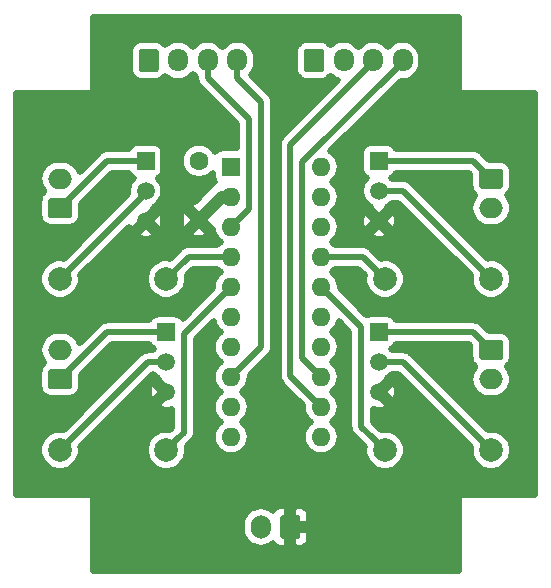
<source format=gbr>
G04 #@! TF.GenerationSoftware,KiCad,Pcbnew,(5.1.4)-1*
G04 #@! TF.CreationDate,2020-01-25T09:52:24+02:00*
G04 #@! TF.ProjectId,4_switch_array,345f7377-6974-4636-985f-61727261792e,rev?*
G04 #@! TF.SameCoordinates,Original*
G04 #@! TF.FileFunction,Copper,L1,Top*
G04 #@! TF.FilePolarity,Positive*
%FSLAX46Y46*%
G04 Gerber Fmt 4.6, Leading zero omitted, Abs format (unit mm)*
G04 Created by KiCad (PCBNEW (5.1.4)-1) date 2020-01-25 09:52:24*
%MOMM*%
%LPD*%
G04 APERTURE LIST*
%ADD10C,1.600000*%
%ADD11O,1.600000X1.600000*%
%ADD12R,1.600000X1.600000*%
%ADD13C,2.000000*%
%ADD14R,1.500000X1.500000*%
%ADD15C,1.500000*%
%ADD16O,1.700000X2.000000*%
%ADD17C,0.100000*%
%ADD18C,1.700000*%
%ADD19O,2.000000X1.700000*%
%ADD20O,1.700000X1.950000*%
%ADD21C,1.000000*%
%ADD22C,0.500000*%
G04 APERTURE END LIST*
D10*
X140250000Y-46500000D03*
X140250000Y-51500000D03*
D11*
X150620000Y-47000000D03*
X143000000Y-69860000D03*
X150620000Y-49540000D03*
X143000000Y-67320000D03*
X150620000Y-52080000D03*
X143000000Y-64780000D03*
X150620000Y-54620000D03*
X143000000Y-62240000D03*
X150620000Y-57160000D03*
X143000000Y-59700000D03*
X150620000Y-59700000D03*
X143000000Y-57160000D03*
X150620000Y-62240000D03*
X143000000Y-54620000D03*
X150620000Y-64780000D03*
X143000000Y-52080000D03*
X150620000Y-67320000D03*
X143000000Y-49540000D03*
X150620000Y-69860000D03*
D12*
X143000000Y-47000000D03*
D13*
X128500000Y-71000000D03*
X137500000Y-71000000D03*
X165000000Y-56500000D03*
X156000000Y-56500000D03*
X128500000Y-56500000D03*
X137500000Y-56500000D03*
X165000000Y-71000000D03*
X156000000Y-71000000D03*
D14*
X137500000Y-61000000D03*
D15*
X137500000Y-66080000D03*
X137500000Y-63540000D03*
D14*
X155500000Y-46500000D03*
D15*
X155500000Y-51580000D03*
X155500000Y-49040000D03*
D14*
X135750000Y-46500000D03*
D15*
X135750000Y-51580000D03*
X135750000Y-49040000D03*
D14*
X155500000Y-61000000D03*
D15*
X155500000Y-66080000D03*
X155500000Y-63540000D03*
D16*
X145500000Y-77500000D03*
D17*
G36*
X148624504Y-76501204D02*
G01*
X148648773Y-76504804D01*
X148672571Y-76510765D01*
X148695671Y-76519030D01*
X148717849Y-76529520D01*
X148738893Y-76542133D01*
X148758598Y-76556747D01*
X148776777Y-76573223D01*
X148793253Y-76591402D01*
X148807867Y-76611107D01*
X148820480Y-76632151D01*
X148830970Y-76654329D01*
X148839235Y-76677429D01*
X148845196Y-76701227D01*
X148848796Y-76725496D01*
X148850000Y-76750000D01*
X148850000Y-78250000D01*
X148848796Y-78274504D01*
X148845196Y-78298773D01*
X148839235Y-78322571D01*
X148830970Y-78345671D01*
X148820480Y-78367849D01*
X148807867Y-78388893D01*
X148793253Y-78408598D01*
X148776777Y-78426777D01*
X148758598Y-78443253D01*
X148738893Y-78457867D01*
X148717849Y-78470480D01*
X148695671Y-78480970D01*
X148672571Y-78489235D01*
X148648773Y-78495196D01*
X148624504Y-78498796D01*
X148600000Y-78500000D01*
X147400000Y-78500000D01*
X147375496Y-78498796D01*
X147351227Y-78495196D01*
X147327429Y-78489235D01*
X147304329Y-78480970D01*
X147282151Y-78470480D01*
X147261107Y-78457867D01*
X147241402Y-78443253D01*
X147223223Y-78426777D01*
X147206747Y-78408598D01*
X147192133Y-78388893D01*
X147179520Y-78367849D01*
X147169030Y-78345671D01*
X147160765Y-78322571D01*
X147154804Y-78298773D01*
X147151204Y-78274504D01*
X147150000Y-78250000D01*
X147150000Y-76750000D01*
X147151204Y-76725496D01*
X147154804Y-76701227D01*
X147160765Y-76677429D01*
X147169030Y-76654329D01*
X147179520Y-76632151D01*
X147192133Y-76611107D01*
X147206747Y-76591402D01*
X147223223Y-76573223D01*
X147241402Y-76556747D01*
X147261107Y-76542133D01*
X147282151Y-76529520D01*
X147304329Y-76519030D01*
X147327429Y-76510765D01*
X147351227Y-76504804D01*
X147375496Y-76501204D01*
X147400000Y-76500000D01*
X148600000Y-76500000D01*
X148624504Y-76501204D01*
X148624504Y-76501204D01*
G37*
D18*
X148000000Y-77500000D03*
D19*
X128500000Y-62500000D03*
D17*
G36*
X129274504Y-64151204D02*
G01*
X129298773Y-64154804D01*
X129322571Y-64160765D01*
X129345671Y-64169030D01*
X129367849Y-64179520D01*
X129388893Y-64192133D01*
X129408598Y-64206747D01*
X129426777Y-64223223D01*
X129443253Y-64241402D01*
X129457867Y-64261107D01*
X129470480Y-64282151D01*
X129480970Y-64304329D01*
X129489235Y-64327429D01*
X129495196Y-64351227D01*
X129498796Y-64375496D01*
X129500000Y-64400000D01*
X129500000Y-65600000D01*
X129498796Y-65624504D01*
X129495196Y-65648773D01*
X129489235Y-65672571D01*
X129480970Y-65695671D01*
X129470480Y-65717849D01*
X129457867Y-65738893D01*
X129443253Y-65758598D01*
X129426777Y-65776777D01*
X129408598Y-65793253D01*
X129388893Y-65807867D01*
X129367849Y-65820480D01*
X129345671Y-65830970D01*
X129322571Y-65839235D01*
X129298773Y-65845196D01*
X129274504Y-65848796D01*
X129250000Y-65850000D01*
X127750000Y-65850000D01*
X127725496Y-65848796D01*
X127701227Y-65845196D01*
X127677429Y-65839235D01*
X127654329Y-65830970D01*
X127632151Y-65820480D01*
X127611107Y-65807867D01*
X127591402Y-65793253D01*
X127573223Y-65776777D01*
X127556747Y-65758598D01*
X127542133Y-65738893D01*
X127529520Y-65717849D01*
X127519030Y-65695671D01*
X127510765Y-65672571D01*
X127504804Y-65648773D01*
X127501204Y-65624504D01*
X127500000Y-65600000D01*
X127500000Y-64400000D01*
X127501204Y-64375496D01*
X127504804Y-64351227D01*
X127510765Y-64327429D01*
X127519030Y-64304329D01*
X127529520Y-64282151D01*
X127542133Y-64261107D01*
X127556747Y-64241402D01*
X127573223Y-64223223D01*
X127591402Y-64206747D01*
X127611107Y-64192133D01*
X127632151Y-64179520D01*
X127654329Y-64169030D01*
X127677429Y-64160765D01*
X127701227Y-64154804D01*
X127725496Y-64151204D01*
X127750000Y-64150000D01*
X129250000Y-64150000D01*
X129274504Y-64151204D01*
X129274504Y-64151204D01*
G37*
D18*
X128500000Y-65000000D03*
D19*
X165000000Y-50500000D03*
D17*
G36*
X165774504Y-47151204D02*
G01*
X165798773Y-47154804D01*
X165822571Y-47160765D01*
X165845671Y-47169030D01*
X165867849Y-47179520D01*
X165888893Y-47192133D01*
X165908598Y-47206747D01*
X165926777Y-47223223D01*
X165943253Y-47241402D01*
X165957867Y-47261107D01*
X165970480Y-47282151D01*
X165980970Y-47304329D01*
X165989235Y-47327429D01*
X165995196Y-47351227D01*
X165998796Y-47375496D01*
X166000000Y-47400000D01*
X166000000Y-48600000D01*
X165998796Y-48624504D01*
X165995196Y-48648773D01*
X165989235Y-48672571D01*
X165980970Y-48695671D01*
X165970480Y-48717849D01*
X165957867Y-48738893D01*
X165943253Y-48758598D01*
X165926777Y-48776777D01*
X165908598Y-48793253D01*
X165888893Y-48807867D01*
X165867849Y-48820480D01*
X165845671Y-48830970D01*
X165822571Y-48839235D01*
X165798773Y-48845196D01*
X165774504Y-48848796D01*
X165750000Y-48850000D01*
X164250000Y-48850000D01*
X164225496Y-48848796D01*
X164201227Y-48845196D01*
X164177429Y-48839235D01*
X164154329Y-48830970D01*
X164132151Y-48820480D01*
X164111107Y-48807867D01*
X164091402Y-48793253D01*
X164073223Y-48776777D01*
X164056747Y-48758598D01*
X164042133Y-48738893D01*
X164029520Y-48717849D01*
X164019030Y-48695671D01*
X164010765Y-48672571D01*
X164004804Y-48648773D01*
X164001204Y-48624504D01*
X164000000Y-48600000D01*
X164000000Y-47400000D01*
X164001204Y-47375496D01*
X164004804Y-47351227D01*
X164010765Y-47327429D01*
X164019030Y-47304329D01*
X164029520Y-47282151D01*
X164042133Y-47261107D01*
X164056747Y-47241402D01*
X164073223Y-47223223D01*
X164091402Y-47206747D01*
X164111107Y-47192133D01*
X164132151Y-47179520D01*
X164154329Y-47169030D01*
X164177429Y-47160765D01*
X164201227Y-47154804D01*
X164225496Y-47151204D01*
X164250000Y-47150000D01*
X165750000Y-47150000D01*
X165774504Y-47151204D01*
X165774504Y-47151204D01*
G37*
D18*
X165000000Y-48000000D03*
D19*
X128500000Y-48000000D03*
D17*
G36*
X129274504Y-49651204D02*
G01*
X129298773Y-49654804D01*
X129322571Y-49660765D01*
X129345671Y-49669030D01*
X129367849Y-49679520D01*
X129388893Y-49692133D01*
X129408598Y-49706747D01*
X129426777Y-49723223D01*
X129443253Y-49741402D01*
X129457867Y-49761107D01*
X129470480Y-49782151D01*
X129480970Y-49804329D01*
X129489235Y-49827429D01*
X129495196Y-49851227D01*
X129498796Y-49875496D01*
X129500000Y-49900000D01*
X129500000Y-51100000D01*
X129498796Y-51124504D01*
X129495196Y-51148773D01*
X129489235Y-51172571D01*
X129480970Y-51195671D01*
X129470480Y-51217849D01*
X129457867Y-51238893D01*
X129443253Y-51258598D01*
X129426777Y-51276777D01*
X129408598Y-51293253D01*
X129388893Y-51307867D01*
X129367849Y-51320480D01*
X129345671Y-51330970D01*
X129322571Y-51339235D01*
X129298773Y-51345196D01*
X129274504Y-51348796D01*
X129250000Y-51350000D01*
X127750000Y-51350000D01*
X127725496Y-51348796D01*
X127701227Y-51345196D01*
X127677429Y-51339235D01*
X127654329Y-51330970D01*
X127632151Y-51320480D01*
X127611107Y-51307867D01*
X127591402Y-51293253D01*
X127573223Y-51276777D01*
X127556747Y-51258598D01*
X127542133Y-51238893D01*
X127529520Y-51217849D01*
X127519030Y-51195671D01*
X127510765Y-51172571D01*
X127504804Y-51148773D01*
X127501204Y-51124504D01*
X127500000Y-51100000D01*
X127500000Y-49900000D01*
X127501204Y-49875496D01*
X127504804Y-49851227D01*
X127510765Y-49827429D01*
X127519030Y-49804329D01*
X127529520Y-49782151D01*
X127542133Y-49761107D01*
X127556747Y-49741402D01*
X127573223Y-49723223D01*
X127591402Y-49706747D01*
X127611107Y-49692133D01*
X127632151Y-49679520D01*
X127654329Y-49669030D01*
X127677429Y-49660765D01*
X127701227Y-49654804D01*
X127725496Y-49651204D01*
X127750000Y-49650000D01*
X129250000Y-49650000D01*
X129274504Y-49651204D01*
X129274504Y-49651204D01*
G37*
D18*
X128500000Y-50500000D03*
D19*
X165000000Y-65000000D03*
D17*
G36*
X165774504Y-61651204D02*
G01*
X165798773Y-61654804D01*
X165822571Y-61660765D01*
X165845671Y-61669030D01*
X165867849Y-61679520D01*
X165888893Y-61692133D01*
X165908598Y-61706747D01*
X165926777Y-61723223D01*
X165943253Y-61741402D01*
X165957867Y-61761107D01*
X165970480Y-61782151D01*
X165980970Y-61804329D01*
X165989235Y-61827429D01*
X165995196Y-61851227D01*
X165998796Y-61875496D01*
X166000000Y-61900000D01*
X166000000Y-63100000D01*
X165998796Y-63124504D01*
X165995196Y-63148773D01*
X165989235Y-63172571D01*
X165980970Y-63195671D01*
X165970480Y-63217849D01*
X165957867Y-63238893D01*
X165943253Y-63258598D01*
X165926777Y-63276777D01*
X165908598Y-63293253D01*
X165888893Y-63307867D01*
X165867849Y-63320480D01*
X165845671Y-63330970D01*
X165822571Y-63339235D01*
X165798773Y-63345196D01*
X165774504Y-63348796D01*
X165750000Y-63350000D01*
X164250000Y-63350000D01*
X164225496Y-63348796D01*
X164201227Y-63345196D01*
X164177429Y-63339235D01*
X164154329Y-63330970D01*
X164132151Y-63320480D01*
X164111107Y-63307867D01*
X164091402Y-63293253D01*
X164073223Y-63276777D01*
X164056747Y-63258598D01*
X164042133Y-63238893D01*
X164029520Y-63217849D01*
X164019030Y-63195671D01*
X164010765Y-63172571D01*
X164004804Y-63148773D01*
X164001204Y-63124504D01*
X164000000Y-63100000D01*
X164000000Y-61900000D01*
X164001204Y-61875496D01*
X164004804Y-61851227D01*
X164010765Y-61827429D01*
X164019030Y-61804329D01*
X164029520Y-61782151D01*
X164042133Y-61761107D01*
X164056747Y-61741402D01*
X164073223Y-61723223D01*
X164091402Y-61706747D01*
X164111107Y-61692133D01*
X164132151Y-61679520D01*
X164154329Y-61669030D01*
X164177429Y-61660765D01*
X164201227Y-61654804D01*
X164225496Y-61651204D01*
X164250000Y-61650000D01*
X165750000Y-61650000D01*
X165774504Y-61651204D01*
X165774504Y-61651204D01*
G37*
D18*
X165000000Y-62500000D03*
D20*
X157500000Y-38000000D03*
X155000000Y-38000000D03*
X152500000Y-38000000D03*
D17*
G36*
X150624504Y-37026204D02*
G01*
X150648773Y-37029804D01*
X150672571Y-37035765D01*
X150695671Y-37044030D01*
X150717849Y-37054520D01*
X150738893Y-37067133D01*
X150758598Y-37081747D01*
X150776777Y-37098223D01*
X150793253Y-37116402D01*
X150807867Y-37136107D01*
X150820480Y-37157151D01*
X150830970Y-37179329D01*
X150839235Y-37202429D01*
X150845196Y-37226227D01*
X150848796Y-37250496D01*
X150850000Y-37275000D01*
X150850000Y-38725000D01*
X150848796Y-38749504D01*
X150845196Y-38773773D01*
X150839235Y-38797571D01*
X150830970Y-38820671D01*
X150820480Y-38842849D01*
X150807867Y-38863893D01*
X150793253Y-38883598D01*
X150776777Y-38901777D01*
X150758598Y-38918253D01*
X150738893Y-38932867D01*
X150717849Y-38945480D01*
X150695671Y-38955970D01*
X150672571Y-38964235D01*
X150648773Y-38970196D01*
X150624504Y-38973796D01*
X150600000Y-38975000D01*
X149400000Y-38975000D01*
X149375496Y-38973796D01*
X149351227Y-38970196D01*
X149327429Y-38964235D01*
X149304329Y-38955970D01*
X149282151Y-38945480D01*
X149261107Y-38932867D01*
X149241402Y-38918253D01*
X149223223Y-38901777D01*
X149206747Y-38883598D01*
X149192133Y-38863893D01*
X149179520Y-38842849D01*
X149169030Y-38820671D01*
X149160765Y-38797571D01*
X149154804Y-38773773D01*
X149151204Y-38749504D01*
X149150000Y-38725000D01*
X149150000Y-37275000D01*
X149151204Y-37250496D01*
X149154804Y-37226227D01*
X149160765Y-37202429D01*
X149169030Y-37179329D01*
X149179520Y-37157151D01*
X149192133Y-37136107D01*
X149206747Y-37116402D01*
X149223223Y-37098223D01*
X149241402Y-37081747D01*
X149261107Y-37067133D01*
X149282151Y-37054520D01*
X149304329Y-37044030D01*
X149327429Y-37035765D01*
X149351227Y-37029804D01*
X149375496Y-37026204D01*
X149400000Y-37025000D01*
X150600000Y-37025000D01*
X150624504Y-37026204D01*
X150624504Y-37026204D01*
G37*
D18*
X150000000Y-38000000D03*
D20*
X143500000Y-38000000D03*
X141000000Y-38000000D03*
X138500000Y-38000000D03*
D17*
G36*
X136624504Y-37026204D02*
G01*
X136648773Y-37029804D01*
X136672571Y-37035765D01*
X136695671Y-37044030D01*
X136717849Y-37054520D01*
X136738893Y-37067133D01*
X136758598Y-37081747D01*
X136776777Y-37098223D01*
X136793253Y-37116402D01*
X136807867Y-37136107D01*
X136820480Y-37157151D01*
X136830970Y-37179329D01*
X136839235Y-37202429D01*
X136845196Y-37226227D01*
X136848796Y-37250496D01*
X136850000Y-37275000D01*
X136850000Y-38725000D01*
X136848796Y-38749504D01*
X136845196Y-38773773D01*
X136839235Y-38797571D01*
X136830970Y-38820671D01*
X136820480Y-38842849D01*
X136807867Y-38863893D01*
X136793253Y-38883598D01*
X136776777Y-38901777D01*
X136758598Y-38918253D01*
X136738893Y-38932867D01*
X136717849Y-38945480D01*
X136695671Y-38955970D01*
X136672571Y-38964235D01*
X136648773Y-38970196D01*
X136624504Y-38973796D01*
X136600000Y-38975000D01*
X135400000Y-38975000D01*
X135375496Y-38973796D01*
X135351227Y-38970196D01*
X135327429Y-38964235D01*
X135304329Y-38955970D01*
X135282151Y-38945480D01*
X135261107Y-38932867D01*
X135241402Y-38918253D01*
X135223223Y-38901777D01*
X135206747Y-38883598D01*
X135192133Y-38863893D01*
X135179520Y-38842849D01*
X135169030Y-38820671D01*
X135160765Y-38797571D01*
X135154804Y-38773773D01*
X135151204Y-38749504D01*
X135150000Y-38725000D01*
X135150000Y-37275000D01*
X135151204Y-37250496D01*
X135154804Y-37226227D01*
X135160765Y-37202429D01*
X135169030Y-37179329D01*
X135179520Y-37157151D01*
X135192133Y-37136107D01*
X135206747Y-37116402D01*
X135223223Y-37098223D01*
X135241402Y-37081747D01*
X135261107Y-37067133D01*
X135282151Y-37054520D01*
X135304329Y-37044030D01*
X135327429Y-37035765D01*
X135351227Y-37029804D01*
X135375496Y-37026204D01*
X135400000Y-37025000D01*
X136600000Y-37025000D01*
X136624504Y-37026204D01*
X136624504Y-37026204D01*
G37*
D18*
X136000000Y-38000000D03*
D21*
X142210000Y-49540000D02*
X140250000Y-51500000D01*
X143000000Y-49540000D02*
X142210000Y-49540000D01*
D22*
X135960000Y-49040000D02*
X128500000Y-56500000D01*
X135960000Y-63540000D02*
X128500000Y-71000000D01*
X137500000Y-63540000D02*
X135960000Y-63540000D01*
X157540000Y-49040000D02*
X165000000Y-56500000D01*
X155500000Y-49040000D02*
X157540000Y-49040000D01*
X157540000Y-63540000D02*
X165000000Y-71000000D01*
X155500000Y-63540000D02*
X157540000Y-63540000D01*
X139380000Y-54620000D02*
X137500000Y-56500000D01*
X143000000Y-54620000D02*
X139380000Y-54620000D01*
X138499999Y-70000001D02*
X137500000Y-71000000D01*
X139000000Y-69500000D02*
X138499999Y-70000001D01*
X143000000Y-57160000D02*
X139000000Y-61160000D01*
X139000000Y-61160000D02*
X139000000Y-69500000D01*
X154120000Y-54620000D02*
X156000000Y-56500000D01*
X150620000Y-54620000D02*
X154120000Y-54620000D01*
X155000001Y-70000001D02*
X156000000Y-71000000D01*
X154000000Y-69000000D02*
X155000001Y-70000001D01*
X150620000Y-57160000D02*
X154000000Y-60540000D01*
X154000000Y-60540000D02*
X154000000Y-69000000D01*
X143799999Y-63980001D02*
X143000000Y-64780000D01*
X145500000Y-62280000D02*
X143799999Y-63980001D01*
X145500000Y-41475000D02*
X145500000Y-62280000D01*
X143500000Y-38000000D02*
X143500000Y-39475000D01*
X143500000Y-39475000D02*
X145500000Y-41475000D01*
X143799999Y-51280001D02*
X143000000Y-52080000D01*
X144500000Y-50580000D02*
X143799999Y-51280001D01*
X144500000Y-42975000D02*
X144500000Y-50580000D01*
X141000000Y-38000000D02*
X141000000Y-39475000D01*
X141000000Y-39475000D02*
X144500000Y-42975000D01*
X157500000Y-38125000D02*
X157500000Y-38000000D01*
X149000000Y-46625000D02*
X157500000Y-38125000D01*
X150620000Y-64780000D02*
X149000000Y-63160000D01*
X149000000Y-63160000D02*
X149000000Y-46625000D01*
X150620000Y-67320000D02*
X148000000Y-64700000D01*
X155000000Y-38125000D02*
X155000000Y-38000000D01*
X148000000Y-45125000D02*
X155000000Y-38125000D01*
X148000000Y-45500000D02*
X148000000Y-45125000D01*
X148000000Y-64700000D02*
X148000000Y-45500000D01*
X132500000Y-46500000D02*
X128500000Y-50500000D01*
X135750000Y-46500000D02*
X132500000Y-46500000D01*
X132500000Y-61000000D02*
X128500000Y-65000000D01*
X137500000Y-61000000D02*
X132500000Y-61000000D01*
X163500000Y-46500000D02*
X165000000Y-48000000D01*
X155500000Y-46500000D02*
X163500000Y-46500000D01*
X163500000Y-61000000D02*
X165000000Y-62500000D01*
X155500000Y-61000000D02*
X163500000Y-61000000D01*
G36*
X162250000Y-40500000D02*
G01*
X162254804Y-40548773D01*
X162269030Y-40595671D01*
X162292133Y-40638893D01*
X162323223Y-40676777D01*
X162361107Y-40707867D01*
X162404329Y-40730970D01*
X162451227Y-40745196D01*
X162500000Y-40750000D01*
X168725000Y-40750000D01*
X168725001Y-74750000D01*
X162500000Y-74750000D01*
X162451227Y-74754804D01*
X162404329Y-74769030D01*
X162361107Y-74792133D01*
X162323223Y-74823223D01*
X162292133Y-74861107D01*
X162269030Y-74904329D01*
X162254804Y-74951227D01*
X162250000Y-75000000D01*
X162250000Y-81225000D01*
X131250000Y-81225000D01*
X131250000Y-77271403D01*
X143900000Y-77271403D01*
X143900000Y-77728596D01*
X143923151Y-77963654D01*
X144014641Y-78265255D01*
X144163212Y-78543212D01*
X144363155Y-78786845D01*
X144606787Y-78986788D01*
X144884744Y-79135359D01*
X145186345Y-79226849D01*
X145500000Y-79257741D01*
X145813654Y-79226849D01*
X146115255Y-79135359D01*
X146393212Y-78986788D01*
X146508990Y-78891772D01*
X146523380Y-78918694D01*
X146617104Y-79032896D01*
X146731306Y-79126620D01*
X146861599Y-79196262D01*
X147002974Y-79239148D01*
X147150000Y-79253629D01*
X147562500Y-79250000D01*
X147750000Y-79062500D01*
X147750000Y-77750000D01*
X148250000Y-77750000D01*
X148250000Y-79062500D01*
X148437500Y-79250000D01*
X148850000Y-79253629D01*
X148997026Y-79239148D01*
X149138401Y-79196262D01*
X149268694Y-79126620D01*
X149382896Y-79032896D01*
X149476620Y-78918694D01*
X149546262Y-78788401D01*
X149589148Y-78647026D01*
X149603629Y-78500000D01*
X149600000Y-77937500D01*
X149412500Y-77750000D01*
X148250000Y-77750000D01*
X147750000Y-77750000D01*
X147730000Y-77750000D01*
X147730000Y-77250000D01*
X147750000Y-77250000D01*
X147750000Y-75937500D01*
X148250000Y-75937500D01*
X148250000Y-77250000D01*
X149412500Y-77250000D01*
X149600000Y-77062500D01*
X149603629Y-76500000D01*
X149589148Y-76352974D01*
X149546262Y-76211599D01*
X149476620Y-76081306D01*
X149382896Y-75967104D01*
X149268694Y-75873380D01*
X149138401Y-75803738D01*
X148997026Y-75760852D01*
X148850000Y-75746371D01*
X148437500Y-75750000D01*
X148250000Y-75937500D01*
X147750000Y-75937500D01*
X147562500Y-75750000D01*
X147150000Y-75746371D01*
X147002974Y-75760852D01*
X146861599Y-75803738D01*
X146731306Y-75873380D01*
X146617104Y-75967104D01*
X146523380Y-76081306D01*
X146508990Y-76108228D01*
X146393213Y-76013212D01*
X146115256Y-75864641D01*
X145813655Y-75773151D01*
X145500000Y-75742259D01*
X145186346Y-75773151D01*
X144884745Y-75864641D01*
X144606788Y-76013212D01*
X144363155Y-76213155D01*
X144163212Y-76456787D01*
X144014641Y-76734744D01*
X143923151Y-77036345D01*
X143900000Y-77271403D01*
X131250000Y-77271403D01*
X131250000Y-75000000D01*
X131245196Y-74951227D01*
X131230970Y-74904329D01*
X131207867Y-74861107D01*
X131176777Y-74823223D01*
X131138893Y-74792133D01*
X131095671Y-74769030D01*
X131048773Y-74754804D01*
X131000000Y-74750000D01*
X124775000Y-74750000D01*
X124775000Y-62500000D01*
X126742259Y-62500000D01*
X126773151Y-62813655D01*
X126864641Y-63115256D01*
X127013212Y-63393213D01*
X127169828Y-63584050D01*
X127040328Y-63690328D01*
X126915514Y-63842414D01*
X126822769Y-64015928D01*
X126765656Y-64204202D01*
X126746372Y-64400000D01*
X126746372Y-65600000D01*
X126765656Y-65795798D01*
X126822769Y-65984072D01*
X126915514Y-66157586D01*
X127040328Y-66309672D01*
X127192414Y-66434486D01*
X127365928Y-66527231D01*
X127554202Y-66584344D01*
X127750000Y-66603628D01*
X129250000Y-66603628D01*
X129445798Y-66584344D01*
X129634072Y-66527231D01*
X129807586Y-66434486D01*
X129959672Y-66309672D01*
X130084486Y-66157586D01*
X130177231Y-65984072D01*
X130234344Y-65795798D01*
X130253628Y-65600000D01*
X130253628Y-64660584D01*
X132914213Y-62000000D01*
X136042090Y-62000000D01*
X136053739Y-62038401D01*
X136123381Y-62168693D01*
X136217105Y-62282895D01*
X136331307Y-62376619D01*
X136461599Y-62446261D01*
X136469901Y-62448779D01*
X136378680Y-62540000D01*
X136009117Y-62540000D01*
X135959999Y-62535162D01*
X135910881Y-62540000D01*
X135910880Y-62540000D01*
X135763966Y-62554470D01*
X135575465Y-62611651D01*
X135401742Y-62704508D01*
X135249472Y-62829472D01*
X135218155Y-62867632D01*
X128808674Y-69277114D01*
X128672360Y-69250000D01*
X128327640Y-69250000D01*
X127989544Y-69317251D01*
X127671064Y-69449170D01*
X127384440Y-69640686D01*
X127140686Y-69884440D01*
X126949170Y-70171064D01*
X126817251Y-70489544D01*
X126750000Y-70827640D01*
X126750000Y-71172360D01*
X126817251Y-71510456D01*
X126949170Y-71828936D01*
X127140686Y-72115560D01*
X127384440Y-72359314D01*
X127671064Y-72550830D01*
X127989544Y-72682749D01*
X128327640Y-72750000D01*
X128672360Y-72750000D01*
X129010456Y-72682749D01*
X129328936Y-72550830D01*
X129615560Y-72359314D01*
X129859314Y-72115560D01*
X130050830Y-71828936D01*
X130182749Y-71510456D01*
X130250000Y-71172360D01*
X130250000Y-70827640D01*
X130222886Y-70691326D01*
X134938109Y-65976103D01*
X135996328Y-65976103D01*
X136004951Y-66271451D01*
X136071028Y-66559442D01*
X136150547Y-66751418D01*
X136406910Y-66819537D01*
X137146447Y-66080000D01*
X136406910Y-65340463D01*
X136150547Y-65408582D01*
X136045489Y-65684748D01*
X135996328Y-65976103D01*
X134938109Y-65976103D01*
X136374213Y-64540000D01*
X136378680Y-64540000D01*
X136543806Y-64705126D01*
X136789483Y-64869283D01*
X136791496Y-64870117D01*
X136760463Y-64986910D01*
X137500000Y-65726447D01*
X137514143Y-65712305D01*
X137867696Y-66065858D01*
X137853553Y-66080000D01*
X137867696Y-66094143D01*
X137514143Y-66447696D01*
X137500000Y-66433553D01*
X136760463Y-67173090D01*
X136828582Y-67429453D01*
X137104748Y-67534511D01*
X137396103Y-67583672D01*
X137691451Y-67575049D01*
X137979442Y-67508972D01*
X138000001Y-67500456D01*
X138000001Y-69085787D01*
X137827631Y-69258157D01*
X137827625Y-69258162D01*
X137808673Y-69277114D01*
X137672360Y-69250000D01*
X137327640Y-69250000D01*
X136989544Y-69317251D01*
X136671064Y-69449170D01*
X136384440Y-69640686D01*
X136140686Y-69884440D01*
X135949170Y-70171064D01*
X135817251Y-70489544D01*
X135750000Y-70827640D01*
X135750000Y-71172360D01*
X135817251Y-71510456D01*
X135949170Y-71828936D01*
X136140686Y-72115560D01*
X136384440Y-72359314D01*
X136671064Y-72550830D01*
X136989544Y-72682749D01*
X137327640Y-72750000D01*
X137672360Y-72750000D01*
X138010456Y-72682749D01*
X138328936Y-72550830D01*
X138615560Y-72359314D01*
X138859314Y-72115560D01*
X139050830Y-71828936D01*
X139182749Y-71510456D01*
X139250000Y-71172360D01*
X139250000Y-70827640D01*
X139222886Y-70691327D01*
X139241838Y-70672375D01*
X139241843Y-70672369D01*
X139672363Y-70241849D01*
X139710528Y-70210528D01*
X139835492Y-70058258D01*
X139928349Y-69884535D01*
X139985530Y-69696034D01*
X140000000Y-69549120D01*
X140000000Y-69549119D01*
X140004838Y-69500001D01*
X140000000Y-69450883D01*
X140000000Y-61574212D01*
X141495221Y-60078991D01*
X141561059Y-60296029D01*
X141704987Y-60565300D01*
X141898682Y-60801318D01*
X142104222Y-60970000D01*
X141898682Y-61138682D01*
X141704987Y-61374700D01*
X141561059Y-61643971D01*
X141472428Y-61936147D01*
X141442501Y-62240000D01*
X141472428Y-62543853D01*
X141561059Y-62836029D01*
X141704987Y-63105300D01*
X141898682Y-63341318D01*
X142104222Y-63510000D01*
X141898682Y-63678682D01*
X141704987Y-63914700D01*
X141561059Y-64183971D01*
X141472428Y-64476147D01*
X141442501Y-64780000D01*
X141472428Y-65083853D01*
X141561059Y-65376029D01*
X141704987Y-65645300D01*
X141898682Y-65881318D01*
X142104222Y-66050000D01*
X141898682Y-66218682D01*
X141704987Y-66454700D01*
X141561059Y-66723971D01*
X141472428Y-67016147D01*
X141442501Y-67320000D01*
X141472428Y-67623853D01*
X141561059Y-67916029D01*
X141704987Y-68185300D01*
X141898682Y-68421318D01*
X142104222Y-68590000D01*
X141898682Y-68758682D01*
X141704987Y-68994700D01*
X141561059Y-69263971D01*
X141472428Y-69556147D01*
X141442501Y-69860000D01*
X141472428Y-70163853D01*
X141561059Y-70456029D01*
X141704987Y-70725300D01*
X141898682Y-70961318D01*
X142134700Y-71155013D01*
X142403971Y-71298941D01*
X142696147Y-71387572D01*
X142923862Y-71410000D01*
X143076138Y-71410000D01*
X143303853Y-71387572D01*
X143596029Y-71298941D01*
X143865300Y-71155013D01*
X144101318Y-70961318D01*
X144295013Y-70725300D01*
X144438941Y-70456029D01*
X144527572Y-70163853D01*
X144557499Y-69860000D01*
X144527572Y-69556147D01*
X144438941Y-69263971D01*
X144295013Y-68994700D01*
X144101318Y-68758682D01*
X143895778Y-68590000D01*
X144101318Y-68421318D01*
X144295013Y-68185300D01*
X144438941Y-67916029D01*
X144527572Y-67623853D01*
X144557499Y-67320000D01*
X144527572Y-67016147D01*
X144438941Y-66723971D01*
X144295013Y-66454700D01*
X144101318Y-66218682D01*
X143895778Y-66050000D01*
X144101318Y-65881318D01*
X144295013Y-65645300D01*
X144438941Y-65376029D01*
X144527572Y-65083853D01*
X144557499Y-64780000D01*
X144544652Y-64649560D01*
X146172374Y-63021840D01*
X146210528Y-62990528D01*
X146335492Y-62838258D01*
X146428349Y-62664535D01*
X146485530Y-62476034D01*
X146500000Y-62329120D01*
X146500000Y-62329119D01*
X146504838Y-62280001D01*
X146500000Y-62230883D01*
X146500000Y-45125000D01*
X146995162Y-45125000D01*
X147000000Y-45174120D01*
X147000000Y-45549119D01*
X147000001Y-45549129D01*
X147000000Y-64650880D01*
X146995162Y-64700000D01*
X147005402Y-64803966D01*
X147014470Y-64896033D01*
X147071651Y-65084534D01*
X147164508Y-65258258D01*
X147289472Y-65410528D01*
X147327637Y-65441849D01*
X149075348Y-67189561D01*
X149062501Y-67320000D01*
X149092428Y-67623853D01*
X149181059Y-67916029D01*
X149324987Y-68185300D01*
X149518682Y-68421318D01*
X149724222Y-68590000D01*
X149518682Y-68758682D01*
X149324987Y-68994700D01*
X149181059Y-69263971D01*
X149092428Y-69556147D01*
X149062501Y-69860000D01*
X149092428Y-70163853D01*
X149181059Y-70456029D01*
X149324987Y-70725300D01*
X149518682Y-70961318D01*
X149754700Y-71155013D01*
X150023971Y-71298941D01*
X150316147Y-71387572D01*
X150543862Y-71410000D01*
X150696138Y-71410000D01*
X150923853Y-71387572D01*
X151216029Y-71298941D01*
X151485300Y-71155013D01*
X151721318Y-70961318D01*
X151915013Y-70725300D01*
X152058941Y-70456029D01*
X152147572Y-70163853D01*
X152177499Y-69860000D01*
X152147572Y-69556147D01*
X152058941Y-69263971D01*
X151915013Y-68994700D01*
X151721318Y-68758682D01*
X151515778Y-68590000D01*
X151721318Y-68421318D01*
X151915013Y-68185300D01*
X152058941Y-67916029D01*
X152147572Y-67623853D01*
X152177499Y-67320000D01*
X152147572Y-67016147D01*
X152058941Y-66723971D01*
X151915013Y-66454700D01*
X151721318Y-66218682D01*
X151515778Y-66050000D01*
X151721318Y-65881318D01*
X151915013Y-65645300D01*
X152058941Y-65376029D01*
X152147572Y-65083853D01*
X152177499Y-64780000D01*
X152147572Y-64476147D01*
X152058941Y-64183971D01*
X151915013Y-63914700D01*
X151721318Y-63678682D01*
X151515778Y-63510000D01*
X151721318Y-63341318D01*
X151915013Y-63105300D01*
X152058941Y-62836029D01*
X152147572Y-62543853D01*
X152177499Y-62240000D01*
X152147572Y-61936147D01*
X152058941Y-61643971D01*
X151915013Y-61374700D01*
X151721318Y-61138682D01*
X151515778Y-60970000D01*
X151721318Y-60801318D01*
X151915013Y-60565300D01*
X152058941Y-60296029D01*
X152124779Y-60078992D01*
X153000000Y-60954213D01*
X153000001Y-68950870D01*
X152995162Y-69000000D01*
X153014470Y-69196034D01*
X153071651Y-69384534D01*
X153071652Y-69384535D01*
X153164509Y-69558258D01*
X153289473Y-69710528D01*
X153327632Y-69741844D01*
X154277114Y-70691327D01*
X154250000Y-70827640D01*
X154250000Y-71172360D01*
X154317251Y-71510456D01*
X154449170Y-71828936D01*
X154640686Y-72115560D01*
X154884440Y-72359314D01*
X155171064Y-72550830D01*
X155489544Y-72682749D01*
X155827640Y-72750000D01*
X156172360Y-72750000D01*
X156510456Y-72682749D01*
X156828936Y-72550830D01*
X157115560Y-72359314D01*
X157359314Y-72115560D01*
X157550830Y-71828936D01*
X157682749Y-71510456D01*
X157750000Y-71172360D01*
X157750000Y-70827640D01*
X157682749Y-70489544D01*
X157550830Y-70171064D01*
X157359314Y-69884440D01*
X157115560Y-69640686D01*
X156828936Y-69449170D01*
X156510456Y-69317251D01*
X156172360Y-69250000D01*
X155827640Y-69250000D01*
X155691327Y-69277114D01*
X155000000Y-68585788D01*
X155000000Y-67494663D01*
X155104748Y-67534511D01*
X155396103Y-67583672D01*
X155691451Y-67575049D01*
X155979442Y-67508972D01*
X156171418Y-67429453D01*
X156239537Y-67173090D01*
X155500000Y-66433553D01*
X155485858Y-66447696D01*
X155132305Y-66094143D01*
X155146447Y-66080000D01*
X155853553Y-66080000D01*
X156593090Y-66819537D01*
X156849453Y-66751418D01*
X156954511Y-66475252D01*
X157003672Y-66183897D01*
X156995049Y-65888549D01*
X156928972Y-65600558D01*
X156849453Y-65408582D01*
X156593090Y-65340463D01*
X155853553Y-66080000D01*
X155146447Y-66080000D01*
X155132305Y-66065858D01*
X155485858Y-65712305D01*
X155500000Y-65726447D01*
X156239537Y-64986910D01*
X156208504Y-64870117D01*
X156210517Y-64869283D01*
X156456194Y-64705126D01*
X156621320Y-64540000D01*
X157125788Y-64540000D01*
X163277114Y-70691327D01*
X163250000Y-70827640D01*
X163250000Y-71172360D01*
X163317251Y-71510456D01*
X163449170Y-71828936D01*
X163640686Y-72115560D01*
X163884440Y-72359314D01*
X164171064Y-72550830D01*
X164489544Y-72682749D01*
X164827640Y-72750000D01*
X165172360Y-72750000D01*
X165510456Y-72682749D01*
X165828936Y-72550830D01*
X166115560Y-72359314D01*
X166359314Y-72115560D01*
X166550830Y-71828936D01*
X166682749Y-71510456D01*
X166750000Y-71172360D01*
X166750000Y-70827640D01*
X166682749Y-70489544D01*
X166550830Y-70171064D01*
X166359314Y-69884440D01*
X166115560Y-69640686D01*
X165828936Y-69449170D01*
X165510456Y-69317251D01*
X165172360Y-69250000D01*
X164827640Y-69250000D01*
X164691327Y-69277114D01*
X158281849Y-62867637D01*
X158250528Y-62829472D01*
X158098258Y-62704508D01*
X157924535Y-62611651D01*
X157736034Y-62554470D01*
X157589120Y-62540000D01*
X157540000Y-62535162D01*
X157490880Y-62540000D01*
X156621320Y-62540000D01*
X156530099Y-62448779D01*
X156538401Y-62446261D01*
X156668693Y-62376619D01*
X156782895Y-62282895D01*
X156876619Y-62168693D01*
X156946261Y-62038401D01*
X156957910Y-62000000D01*
X163085788Y-62000000D01*
X163246372Y-62160584D01*
X163246372Y-63100000D01*
X163265656Y-63295798D01*
X163322769Y-63484072D01*
X163415514Y-63657586D01*
X163540328Y-63809672D01*
X163669828Y-63915950D01*
X163513212Y-64106787D01*
X163364641Y-64384744D01*
X163273151Y-64686345D01*
X163242259Y-65000000D01*
X163273151Y-65313655D01*
X163364641Y-65615256D01*
X163513212Y-65893213D01*
X163713155Y-66136845D01*
X163956787Y-66336788D01*
X164234744Y-66485359D01*
X164536345Y-66576849D01*
X164771403Y-66600000D01*
X165228597Y-66600000D01*
X165463655Y-66576849D01*
X165765256Y-66485359D01*
X166043213Y-66336788D01*
X166286845Y-66136845D01*
X166486788Y-65893213D01*
X166635359Y-65615256D01*
X166726849Y-65313655D01*
X166757741Y-65000000D01*
X166726849Y-64686345D01*
X166635359Y-64384744D01*
X166486788Y-64106787D01*
X166330172Y-63915950D01*
X166459672Y-63809672D01*
X166584486Y-63657586D01*
X166677231Y-63484072D01*
X166734344Y-63295798D01*
X166753628Y-63100000D01*
X166753628Y-61900000D01*
X166734344Y-61704202D01*
X166677231Y-61515928D01*
X166584486Y-61342414D01*
X166459672Y-61190328D01*
X166307586Y-61065514D01*
X166134072Y-60972769D01*
X165945798Y-60915656D01*
X165750000Y-60896372D01*
X164810584Y-60896372D01*
X164241849Y-60327637D01*
X164210528Y-60289472D01*
X164058258Y-60164508D01*
X163884535Y-60071651D01*
X163696034Y-60014470D01*
X163549120Y-60000000D01*
X163500000Y-59995162D01*
X163450880Y-60000000D01*
X156957910Y-60000000D01*
X156946261Y-59961599D01*
X156876619Y-59831307D01*
X156782895Y-59717105D01*
X156668693Y-59623381D01*
X156538401Y-59553739D01*
X156397026Y-59510853D01*
X156250000Y-59496372D01*
X154750000Y-59496372D01*
X154602974Y-59510853D01*
X154461599Y-59553739D01*
X154439672Y-59565459D01*
X152164652Y-57290440D01*
X152177499Y-57160000D01*
X152147572Y-56856147D01*
X152058941Y-56563971D01*
X151915013Y-56294700D01*
X151721318Y-56058682D01*
X151515778Y-55890000D01*
X151721318Y-55721318D01*
X151804468Y-55620000D01*
X153705788Y-55620000D01*
X154277114Y-56191327D01*
X154250000Y-56327640D01*
X154250000Y-56672360D01*
X154317251Y-57010456D01*
X154449170Y-57328936D01*
X154640686Y-57615560D01*
X154884440Y-57859314D01*
X155171064Y-58050830D01*
X155489544Y-58182749D01*
X155827640Y-58250000D01*
X156172360Y-58250000D01*
X156510456Y-58182749D01*
X156828936Y-58050830D01*
X157115560Y-57859314D01*
X157359314Y-57615560D01*
X157550830Y-57328936D01*
X157682749Y-57010456D01*
X157750000Y-56672360D01*
X157750000Y-56327640D01*
X157682749Y-55989544D01*
X157550830Y-55671064D01*
X157359314Y-55384440D01*
X157115560Y-55140686D01*
X156828936Y-54949170D01*
X156510456Y-54817251D01*
X156172360Y-54750000D01*
X155827640Y-54750000D01*
X155691327Y-54777114D01*
X154861849Y-53947637D01*
X154830528Y-53909472D01*
X154678258Y-53784508D01*
X154504535Y-53691651D01*
X154316034Y-53634470D01*
X154169120Y-53620000D01*
X154120000Y-53615162D01*
X154070880Y-53620000D01*
X151804468Y-53620000D01*
X151721318Y-53518682D01*
X151515778Y-53350000D01*
X151721318Y-53181318D01*
X151915013Y-52945300D01*
X152058941Y-52676029D01*
X152059832Y-52673090D01*
X154760463Y-52673090D01*
X154828582Y-52929453D01*
X155104748Y-53034511D01*
X155396103Y-53083672D01*
X155691451Y-53075049D01*
X155979442Y-53008972D01*
X156171418Y-52929453D01*
X156239537Y-52673090D01*
X155500000Y-51933553D01*
X154760463Y-52673090D01*
X152059832Y-52673090D01*
X152147572Y-52383853D01*
X152177499Y-52080000D01*
X152147572Y-51776147D01*
X152058941Y-51483971D01*
X152054736Y-51476103D01*
X153996328Y-51476103D01*
X154004951Y-51771451D01*
X154071028Y-52059442D01*
X154150547Y-52251418D01*
X154406910Y-52319537D01*
X155146447Y-51580000D01*
X155853553Y-51580000D01*
X156593090Y-52319537D01*
X156849453Y-52251418D01*
X156954511Y-51975252D01*
X157003672Y-51683897D01*
X156995049Y-51388549D01*
X156928972Y-51100558D01*
X156849453Y-50908582D01*
X156593090Y-50840463D01*
X155853553Y-51580000D01*
X155146447Y-51580000D01*
X154406910Y-50840463D01*
X154150547Y-50908582D01*
X154045489Y-51184748D01*
X153996328Y-51476103D01*
X152054736Y-51476103D01*
X151915013Y-51214700D01*
X151721318Y-50978682D01*
X151515778Y-50810000D01*
X151721318Y-50641318D01*
X151915013Y-50405300D01*
X152058941Y-50136029D01*
X152147572Y-49843853D01*
X152177499Y-49540000D01*
X152147572Y-49236147D01*
X152058941Y-48943971D01*
X151915013Y-48674700D01*
X151721318Y-48438682D01*
X151515778Y-48270000D01*
X151721318Y-48101318D01*
X151915013Y-47865300D01*
X152058941Y-47596029D01*
X152147572Y-47303853D01*
X152177499Y-47000000D01*
X152147572Y-46696147D01*
X152058941Y-46403971D01*
X151915013Y-46134700D01*
X151721318Y-45898682D01*
X151540149Y-45750000D01*
X153996372Y-45750000D01*
X153996372Y-47250000D01*
X154010853Y-47397026D01*
X154053739Y-47538401D01*
X154123381Y-47668693D01*
X154217105Y-47782895D01*
X154331307Y-47876619D01*
X154461599Y-47946261D01*
X154469901Y-47948779D01*
X154334874Y-48083806D01*
X154170717Y-48329483D01*
X154057644Y-48602466D01*
X154000000Y-48892263D01*
X154000000Y-49187737D01*
X154057644Y-49477534D01*
X154170717Y-49750517D01*
X154334874Y-49996194D01*
X154543806Y-50205126D01*
X154789483Y-50369283D01*
X154791496Y-50370117D01*
X154760463Y-50486910D01*
X155500000Y-51226447D01*
X156239537Y-50486910D01*
X156208504Y-50370117D01*
X156210517Y-50369283D01*
X156456194Y-50205126D01*
X156621320Y-50040000D01*
X157125788Y-50040000D01*
X163277114Y-56191327D01*
X163250000Y-56327640D01*
X163250000Y-56672360D01*
X163317251Y-57010456D01*
X163449170Y-57328936D01*
X163640686Y-57615560D01*
X163884440Y-57859314D01*
X164171064Y-58050830D01*
X164489544Y-58182749D01*
X164827640Y-58250000D01*
X165172360Y-58250000D01*
X165510456Y-58182749D01*
X165828936Y-58050830D01*
X166115560Y-57859314D01*
X166359314Y-57615560D01*
X166550830Y-57328936D01*
X166682749Y-57010456D01*
X166750000Y-56672360D01*
X166750000Y-56327640D01*
X166682749Y-55989544D01*
X166550830Y-55671064D01*
X166359314Y-55384440D01*
X166115560Y-55140686D01*
X165828936Y-54949170D01*
X165510456Y-54817251D01*
X165172360Y-54750000D01*
X164827640Y-54750000D01*
X164691327Y-54777114D01*
X158281849Y-48367637D01*
X158250528Y-48329472D01*
X158098258Y-48204508D01*
X157924535Y-48111651D01*
X157736034Y-48054470D01*
X157589120Y-48040000D01*
X157540000Y-48035162D01*
X157490880Y-48040000D01*
X156621320Y-48040000D01*
X156530099Y-47948779D01*
X156538401Y-47946261D01*
X156668693Y-47876619D01*
X156782895Y-47782895D01*
X156876619Y-47668693D01*
X156946261Y-47538401D01*
X156957910Y-47500000D01*
X163085788Y-47500000D01*
X163246372Y-47660584D01*
X163246372Y-48600000D01*
X163265656Y-48795798D01*
X163322769Y-48984072D01*
X163415514Y-49157586D01*
X163540328Y-49309672D01*
X163669828Y-49415950D01*
X163513212Y-49606787D01*
X163364641Y-49884744D01*
X163273151Y-50186345D01*
X163242259Y-50500000D01*
X163273151Y-50813655D01*
X163364641Y-51115256D01*
X163513212Y-51393213D01*
X163713155Y-51636845D01*
X163956787Y-51836788D01*
X164234744Y-51985359D01*
X164536345Y-52076849D01*
X164771403Y-52100000D01*
X165228597Y-52100000D01*
X165463655Y-52076849D01*
X165765256Y-51985359D01*
X166043213Y-51836788D01*
X166286845Y-51636845D01*
X166486788Y-51393213D01*
X166635359Y-51115256D01*
X166726849Y-50813655D01*
X166757741Y-50500000D01*
X166726849Y-50186345D01*
X166635359Y-49884744D01*
X166486788Y-49606787D01*
X166330172Y-49415950D01*
X166459672Y-49309672D01*
X166584486Y-49157586D01*
X166677231Y-48984072D01*
X166734344Y-48795798D01*
X166753628Y-48600000D01*
X166753628Y-47400000D01*
X166734344Y-47204202D01*
X166677231Y-47015928D01*
X166584486Y-46842414D01*
X166459672Y-46690328D01*
X166307586Y-46565514D01*
X166134072Y-46472769D01*
X165945798Y-46415656D01*
X165750000Y-46396372D01*
X164810584Y-46396372D01*
X164241849Y-45827637D01*
X164210528Y-45789472D01*
X164058258Y-45664508D01*
X163884535Y-45571651D01*
X163696034Y-45514470D01*
X163549120Y-45500000D01*
X163500000Y-45495162D01*
X163450880Y-45500000D01*
X156957910Y-45500000D01*
X156946261Y-45461599D01*
X156876619Y-45331307D01*
X156782895Y-45217105D01*
X156668693Y-45123381D01*
X156538401Y-45053739D01*
X156397026Y-45010853D01*
X156250000Y-44996372D01*
X154750000Y-44996372D01*
X154602974Y-45010853D01*
X154461599Y-45053739D01*
X154331307Y-45123381D01*
X154217105Y-45217105D01*
X154123381Y-45331307D01*
X154053739Y-45461599D01*
X154010853Y-45602974D01*
X153996372Y-45750000D01*
X151540149Y-45750000D01*
X151485300Y-45704987D01*
X151386848Y-45652364D01*
X157323824Y-39715389D01*
X157500000Y-39732741D01*
X157813655Y-39701849D01*
X158115256Y-39610359D01*
X158393213Y-39461788D01*
X158636845Y-39261845D01*
X158836788Y-39018213D01*
X158985359Y-38740255D01*
X159076849Y-38438654D01*
X159100000Y-38203596D01*
X159100000Y-37796403D01*
X159076849Y-37561345D01*
X158985359Y-37259744D01*
X158836788Y-36981787D01*
X158636845Y-36738155D01*
X158393212Y-36538212D01*
X158115255Y-36389641D01*
X157813654Y-36298151D01*
X157500000Y-36267259D01*
X157186345Y-36298151D01*
X156884744Y-36389641D01*
X156606787Y-36538212D01*
X156363155Y-36738155D01*
X156250000Y-36876035D01*
X156136845Y-36738155D01*
X155893212Y-36538212D01*
X155615255Y-36389641D01*
X155313654Y-36298151D01*
X155000000Y-36267259D01*
X154686345Y-36298151D01*
X154384744Y-36389641D01*
X154106787Y-36538212D01*
X153863155Y-36738155D01*
X153750000Y-36876035D01*
X153636845Y-36738155D01*
X153393212Y-36538212D01*
X153115255Y-36389641D01*
X152813654Y-36298151D01*
X152500000Y-36267259D01*
X152186345Y-36298151D01*
X151884744Y-36389641D01*
X151606787Y-36538212D01*
X151415950Y-36694828D01*
X151309672Y-36565328D01*
X151157586Y-36440514D01*
X150984072Y-36347769D01*
X150795798Y-36290656D01*
X150600000Y-36271372D01*
X149400000Y-36271372D01*
X149204202Y-36290656D01*
X149015928Y-36347769D01*
X148842414Y-36440514D01*
X148690328Y-36565328D01*
X148565514Y-36717414D01*
X148472769Y-36890928D01*
X148415656Y-37079202D01*
X148396372Y-37275000D01*
X148396372Y-38725000D01*
X148415656Y-38920798D01*
X148472769Y-39109072D01*
X148565514Y-39282586D01*
X148690328Y-39434672D01*
X148842414Y-39559486D01*
X149015928Y-39652231D01*
X149204202Y-39709344D01*
X149400000Y-39728628D01*
X150600000Y-39728628D01*
X150795798Y-39709344D01*
X150984072Y-39652231D01*
X151157586Y-39559486D01*
X151309672Y-39434672D01*
X151415950Y-39305172D01*
X151606788Y-39461788D01*
X151884745Y-39610359D01*
X152050229Y-39660558D01*
X147327632Y-44383156D01*
X147289473Y-44414472D01*
X147164508Y-44566742D01*
X147071651Y-44740465D01*
X147071651Y-44740466D01*
X147014470Y-44928966D01*
X146995162Y-45125000D01*
X146500000Y-45125000D01*
X146500000Y-41524117D01*
X146504838Y-41474999D01*
X146500000Y-41425880D01*
X146485530Y-41278966D01*
X146428349Y-41090465D01*
X146335492Y-40916742D01*
X146210528Y-40764472D01*
X146172368Y-40733155D01*
X144665789Y-39226577D01*
X144836788Y-39018213D01*
X144985359Y-38740255D01*
X145076849Y-38438654D01*
X145100000Y-38203596D01*
X145100000Y-37796403D01*
X145076849Y-37561345D01*
X144985359Y-37259744D01*
X144836788Y-36981787D01*
X144636845Y-36738155D01*
X144393212Y-36538212D01*
X144115255Y-36389641D01*
X143813654Y-36298151D01*
X143500000Y-36267259D01*
X143186345Y-36298151D01*
X142884744Y-36389641D01*
X142606787Y-36538212D01*
X142363155Y-36738155D01*
X142250000Y-36876035D01*
X142136845Y-36738155D01*
X141893212Y-36538212D01*
X141615255Y-36389641D01*
X141313654Y-36298151D01*
X141000000Y-36267259D01*
X140686345Y-36298151D01*
X140384744Y-36389641D01*
X140106787Y-36538212D01*
X139863155Y-36738155D01*
X139750000Y-36876035D01*
X139636845Y-36738155D01*
X139393212Y-36538212D01*
X139115255Y-36389641D01*
X138813654Y-36298151D01*
X138500000Y-36267259D01*
X138186345Y-36298151D01*
X137884744Y-36389641D01*
X137606787Y-36538212D01*
X137415950Y-36694828D01*
X137309672Y-36565328D01*
X137157586Y-36440514D01*
X136984072Y-36347769D01*
X136795798Y-36290656D01*
X136600000Y-36271372D01*
X135400000Y-36271372D01*
X135204202Y-36290656D01*
X135015928Y-36347769D01*
X134842414Y-36440514D01*
X134690328Y-36565328D01*
X134565514Y-36717414D01*
X134472769Y-36890928D01*
X134415656Y-37079202D01*
X134396372Y-37275000D01*
X134396372Y-38725000D01*
X134415656Y-38920798D01*
X134472769Y-39109072D01*
X134565514Y-39282586D01*
X134690328Y-39434672D01*
X134842414Y-39559486D01*
X135015928Y-39652231D01*
X135204202Y-39709344D01*
X135400000Y-39728628D01*
X136600000Y-39728628D01*
X136795798Y-39709344D01*
X136984072Y-39652231D01*
X137157586Y-39559486D01*
X137309672Y-39434672D01*
X137415950Y-39305172D01*
X137606788Y-39461788D01*
X137884745Y-39610359D01*
X138186346Y-39701849D01*
X138500000Y-39732741D01*
X138813655Y-39701849D01*
X139115256Y-39610359D01*
X139393213Y-39461788D01*
X139636845Y-39261845D01*
X139750000Y-39123965D01*
X139863155Y-39261845D01*
X140000001Y-39374151D01*
X140000001Y-39425870D01*
X139995162Y-39475000D01*
X140014470Y-39671034D01*
X140071651Y-39859534D01*
X140071652Y-39859535D01*
X140164509Y-40033258D01*
X140289473Y-40185528D01*
X140327632Y-40216844D01*
X143500000Y-43389214D01*
X143500000Y-45446372D01*
X142200000Y-45446372D01*
X142052974Y-45460853D01*
X141911599Y-45503739D01*
X141781307Y-45573381D01*
X141667105Y-45667105D01*
X141606770Y-45740623D01*
X141453964Y-45511932D01*
X141238068Y-45296036D01*
X140984200Y-45126408D01*
X140702118Y-45009565D01*
X140402662Y-44950000D01*
X140097338Y-44950000D01*
X139797882Y-45009565D01*
X139515800Y-45126408D01*
X139261932Y-45296036D01*
X139046036Y-45511932D01*
X138876408Y-45765800D01*
X138759565Y-46047882D01*
X138700000Y-46347338D01*
X138700000Y-46652662D01*
X138759565Y-46952118D01*
X138876408Y-47234200D01*
X139046036Y-47488068D01*
X139261932Y-47703964D01*
X139515800Y-47873592D01*
X139797882Y-47990435D01*
X140097338Y-48050000D01*
X140402662Y-48050000D01*
X140702118Y-47990435D01*
X140984200Y-47873592D01*
X141238068Y-47703964D01*
X141446372Y-47495660D01*
X141446372Y-47800000D01*
X141460853Y-47947026D01*
X141503739Y-48088401D01*
X141573381Y-48218693D01*
X141626778Y-48283757D01*
X141611107Y-48292133D01*
X141573223Y-48323223D01*
X139908322Y-49988124D01*
X139762589Y-50020730D01*
X139548649Y-50109347D01*
X139474306Y-50370753D01*
X140250000Y-51146447D01*
X140264143Y-51132305D01*
X140617696Y-51485858D01*
X140603553Y-51500000D01*
X141379247Y-52275694D01*
X141459527Y-52252863D01*
X141472428Y-52383853D01*
X141561059Y-52676029D01*
X141704987Y-52945300D01*
X141898682Y-53181318D01*
X142104222Y-53350000D01*
X141898682Y-53518682D01*
X141815532Y-53620000D01*
X139429109Y-53620000D01*
X139379999Y-53615163D01*
X139330889Y-53620000D01*
X139330880Y-53620000D01*
X139183966Y-53634470D01*
X138995465Y-53691651D01*
X138821742Y-53784508D01*
X138669472Y-53909472D01*
X138638160Y-53947626D01*
X137808673Y-54777114D01*
X137672360Y-54750000D01*
X137327640Y-54750000D01*
X136989544Y-54817251D01*
X136671064Y-54949170D01*
X136384440Y-55140686D01*
X136140686Y-55384440D01*
X135949170Y-55671064D01*
X135817251Y-55989544D01*
X135750000Y-56327640D01*
X135750000Y-56672360D01*
X135817251Y-57010456D01*
X135949170Y-57328936D01*
X136140686Y-57615560D01*
X136384440Y-57859314D01*
X136671064Y-58050830D01*
X136989544Y-58182749D01*
X137327640Y-58250000D01*
X137672360Y-58250000D01*
X138010456Y-58182749D01*
X138328936Y-58050830D01*
X138615560Y-57859314D01*
X138859314Y-57615560D01*
X139050830Y-57328936D01*
X139182749Y-57010456D01*
X139250000Y-56672360D01*
X139250000Y-56327640D01*
X139222886Y-56191327D01*
X139794214Y-55620000D01*
X141815532Y-55620000D01*
X141898682Y-55721318D01*
X142104222Y-55890000D01*
X141898682Y-56058682D01*
X141704987Y-56294700D01*
X141561059Y-56563971D01*
X141472428Y-56856147D01*
X141442501Y-57160000D01*
X141455348Y-57290439D01*
X138889807Y-59855981D01*
X138876619Y-59831307D01*
X138782895Y-59717105D01*
X138668693Y-59623381D01*
X138538401Y-59553739D01*
X138397026Y-59510853D01*
X138250000Y-59496372D01*
X136750000Y-59496372D01*
X136602974Y-59510853D01*
X136461599Y-59553739D01*
X136331307Y-59623381D01*
X136217105Y-59717105D01*
X136123381Y-59831307D01*
X136053739Y-59961599D01*
X136042090Y-60000000D01*
X132549117Y-60000000D01*
X132499999Y-59995162D01*
X132450881Y-60000000D01*
X132450880Y-60000000D01*
X132303966Y-60014470D01*
X132115465Y-60071651D01*
X131941742Y-60164508D01*
X131789472Y-60289472D01*
X131758155Y-60327632D01*
X130150647Y-61935141D01*
X130135359Y-61884744D01*
X129986788Y-61606787D01*
X129786845Y-61363155D01*
X129543213Y-61163212D01*
X129265256Y-61014641D01*
X128963655Y-60923151D01*
X128728597Y-60900000D01*
X128271403Y-60900000D01*
X128036345Y-60923151D01*
X127734744Y-61014641D01*
X127456787Y-61163212D01*
X127213155Y-61363155D01*
X127013212Y-61606787D01*
X126864641Y-61884744D01*
X126773151Y-62186345D01*
X126742259Y-62500000D01*
X124775000Y-62500000D01*
X124775000Y-48000000D01*
X126742259Y-48000000D01*
X126773151Y-48313655D01*
X126864641Y-48615256D01*
X127013212Y-48893213D01*
X127169828Y-49084050D01*
X127040328Y-49190328D01*
X126915514Y-49342414D01*
X126822769Y-49515928D01*
X126765656Y-49704202D01*
X126746372Y-49900000D01*
X126746372Y-51100000D01*
X126765656Y-51295798D01*
X126822769Y-51484072D01*
X126915514Y-51657586D01*
X127040328Y-51809672D01*
X127192414Y-51934486D01*
X127365928Y-52027231D01*
X127554202Y-52084344D01*
X127750000Y-52103628D01*
X129250000Y-52103628D01*
X129445798Y-52084344D01*
X129634072Y-52027231D01*
X129807586Y-51934486D01*
X129959672Y-51809672D01*
X130084486Y-51657586D01*
X130177231Y-51484072D01*
X130234344Y-51295798D01*
X130253628Y-51100000D01*
X130253628Y-50160584D01*
X132914213Y-47500000D01*
X134292090Y-47500000D01*
X134303739Y-47538401D01*
X134373381Y-47668693D01*
X134467105Y-47782895D01*
X134581307Y-47876619D01*
X134711599Y-47946261D01*
X134719901Y-47948779D01*
X134584874Y-48083806D01*
X134420717Y-48329483D01*
X134307644Y-48602466D01*
X134250000Y-48892263D01*
X134250000Y-49187737D01*
X134274563Y-49311224D01*
X128808674Y-54777114D01*
X128672360Y-54750000D01*
X128327640Y-54750000D01*
X127989544Y-54817251D01*
X127671064Y-54949170D01*
X127384440Y-55140686D01*
X127140686Y-55384440D01*
X126949170Y-55671064D01*
X126817251Y-55989544D01*
X126750000Y-56327640D01*
X126750000Y-56672360D01*
X126817251Y-57010456D01*
X126949170Y-57328936D01*
X127140686Y-57615560D01*
X127384440Y-57859314D01*
X127671064Y-58050830D01*
X127989544Y-58182749D01*
X128327640Y-58250000D01*
X128672360Y-58250000D01*
X129010456Y-58182749D01*
X129328936Y-58050830D01*
X129615560Y-57859314D01*
X129859314Y-57615560D01*
X130050830Y-57328936D01*
X130182749Y-57010456D01*
X130250000Y-56672360D01*
X130250000Y-56327640D01*
X130222886Y-56191326D01*
X133741122Y-52673090D01*
X135010463Y-52673090D01*
X135078582Y-52929453D01*
X135354748Y-53034511D01*
X135646103Y-53083672D01*
X135941451Y-53075049D01*
X136229442Y-53008972D01*
X136421418Y-52929453D01*
X136489537Y-52673090D01*
X136445694Y-52629247D01*
X139474306Y-52629247D01*
X139548649Y-52890653D01*
X139833429Y-53000758D01*
X140134216Y-53053190D01*
X140439454Y-53045935D01*
X140737411Y-52979270D01*
X140951351Y-52890653D01*
X141025694Y-52629247D01*
X140250000Y-51853553D01*
X139474306Y-52629247D01*
X136445694Y-52629247D01*
X135750000Y-51933553D01*
X135010463Y-52673090D01*
X133741122Y-52673090D01*
X134330911Y-52083302D01*
X134400547Y-52251418D01*
X134656910Y-52319537D01*
X135396447Y-51580000D01*
X136103553Y-51580000D01*
X136843090Y-52319537D01*
X137099453Y-52251418D01*
X137204511Y-51975252D01*
X137253672Y-51683897D01*
X137245049Y-51388549D01*
X137244055Y-51384216D01*
X138696810Y-51384216D01*
X138704065Y-51689454D01*
X138770730Y-51987411D01*
X138859347Y-52201351D01*
X139120753Y-52275694D01*
X139896447Y-51500000D01*
X139120753Y-50724306D01*
X138859347Y-50798649D01*
X138749242Y-51083429D01*
X138696810Y-51384216D01*
X137244055Y-51384216D01*
X137178972Y-51100558D01*
X137099453Y-50908582D01*
X136843090Y-50840463D01*
X136103553Y-51580000D01*
X135396447Y-51580000D01*
X135382305Y-51565858D01*
X135735858Y-51212305D01*
X135750000Y-51226447D01*
X136489537Y-50486910D01*
X136458504Y-50370117D01*
X136460517Y-50369283D01*
X136706194Y-50205126D01*
X136915126Y-49996194D01*
X137079283Y-49750517D01*
X137192356Y-49477534D01*
X137250000Y-49187737D01*
X137250000Y-48892263D01*
X137192356Y-48602466D01*
X137079283Y-48329483D01*
X136915126Y-48083806D01*
X136780099Y-47948779D01*
X136788401Y-47946261D01*
X136918693Y-47876619D01*
X137032895Y-47782895D01*
X137126619Y-47668693D01*
X137196261Y-47538401D01*
X137239147Y-47397026D01*
X137253628Y-47250000D01*
X137253628Y-45750000D01*
X137239147Y-45602974D01*
X137196261Y-45461599D01*
X137126619Y-45331307D01*
X137032895Y-45217105D01*
X136918693Y-45123381D01*
X136788401Y-45053739D01*
X136647026Y-45010853D01*
X136500000Y-44996372D01*
X135000000Y-44996372D01*
X134852974Y-45010853D01*
X134711599Y-45053739D01*
X134581307Y-45123381D01*
X134467105Y-45217105D01*
X134373381Y-45331307D01*
X134303739Y-45461599D01*
X134292090Y-45500000D01*
X132549117Y-45500000D01*
X132499999Y-45495162D01*
X132450881Y-45500000D01*
X132450880Y-45500000D01*
X132303966Y-45514470D01*
X132115465Y-45571651D01*
X131941742Y-45664508D01*
X131789472Y-45789472D01*
X131758155Y-45827632D01*
X130150647Y-47435141D01*
X130135359Y-47384744D01*
X129986788Y-47106787D01*
X129786845Y-46863155D01*
X129543213Y-46663212D01*
X129265256Y-46514641D01*
X128963655Y-46423151D01*
X128728597Y-46400000D01*
X128271403Y-46400000D01*
X128036345Y-46423151D01*
X127734744Y-46514641D01*
X127456787Y-46663212D01*
X127213155Y-46863155D01*
X127013212Y-47106787D01*
X126864641Y-47384744D01*
X126773151Y-47686345D01*
X126742259Y-48000000D01*
X124775000Y-48000000D01*
X124775000Y-40750000D01*
X131000000Y-40750000D01*
X131048773Y-40745196D01*
X131095671Y-40730970D01*
X131138893Y-40707867D01*
X131176777Y-40676777D01*
X131207867Y-40638893D01*
X131230970Y-40595671D01*
X131245196Y-40548773D01*
X131250000Y-40500000D01*
X131250000Y-34275000D01*
X162250000Y-34275000D01*
X162250000Y-40500000D01*
X162250000Y-40500000D01*
G37*
X162250000Y-40500000D02*
X162254804Y-40548773D01*
X162269030Y-40595671D01*
X162292133Y-40638893D01*
X162323223Y-40676777D01*
X162361107Y-40707867D01*
X162404329Y-40730970D01*
X162451227Y-40745196D01*
X162500000Y-40750000D01*
X168725000Y-40750000D01*
X168725001Y-74750000D01*
X162500000Y-74750000D01*
X162451227Y-74754804D01*
X162404329Y-74769030D01*
X162361107Y-74792133D01*
X162323223Y-74823223D01*
X162292133Y-74861107D01*
X162269030Y-74904329D01*
X162254804Y-74951227D01*
X162250000Y-75000000D01*
X162250000Y-81225000D01*
X131250000Y-81225000D01*
X131250000Y-77271403D01*
X143900000Y-77271403D01*
X143900000Y-77728596D01*
X143923151Y-77963654D01*
X144014641Y-78265255D01*
X144163212Y-78543212D01*
X144363155Y-78786845D01*
X144606787Y-78986788D01*
X144884744Y-79135359D01*
X145186345Y-79226849D01*
X145500000Y-79257741D01*
X145813654Y-79226849D01*
X146115255Y-79135359D01*
X146393212Y-78986788D01*
X146508990Y-78891772D01*
X146523380Y-78918694D01*
X146617104Y-79032896D01*
X146731306Y-79126620D01*
X146861599Y-79196262D01*
X147002974Y-79239148D01*
X147150000Y-79253629D01*
X147562500Y-79250000D01*
X147750000Y-79062500D01*
X147750000Y-77750000D01*
X148250000Y-77750000D01*
X148250000Y-79062500D01*
X148437500Y-79250000D01*
X148850000Y-79253629D01*
X148997026Y-79239148D01*
X149138401Y-79196262D01*
X149268694Y-79126620D01*
X149382896Y-79032896D01*
X149476620Y-78918694D01*
X149546262Y-78788401D01*
X149589148Y-78647026D01*
X149603629Y-78500000D01*
X149600000Y-77937500D01*
X149412500Y-77750000D01*
X148250000Y-77750000D01*
X147750000Y-77750000D01*
X147730000Y-77750000D01*
X147730000Y-77250000D01*
X147750000Y-77250000D01*
X147750000Y-75937500D01*
X148250000Y-75937500D01*
X148250000Y-77250000D01*
X149412500Y-77250000D01*
X149600000Y-77062500D01*
X149603629Y-76500000D01*
X149589148Y-76352974D01*
X149546262Y-76211599D01*
X149476620Y-76081306D01*
X149382896Y-75967104D01*
X149268694Y-75873380D01*
X149138401Y-75803738D01*
X148997026Y-75760852D01*
X148850000Y-75746371D01*
X148437500Y-75750000D01*
X148250000Y-75937500D01*
X147750000Y-75937500D01*
X147562500Y-75750000D01*
X147150000Y-75746371D01*
X147002974Y-75760852D01*
X146861599Y-75803738D01*
X146731306Y-75873380D01*
X146617104Y-75967104D01*
X146523380Y-76081306D01*
X146508990Y-76108228D01*
X146393213Y-76013212D01*
X146115256Y-75864641D01*
X145813655Y-75773151D01*
X145500000Y-75742259D01*
X145186346Y-75773151D01*
X144884745Y-75864641D01*
X144606788Y-76013212D01*
X144363155Y-76213155D01*
X144163212Y-76456787D01*
X144014641Y-76734744D01*
X143923151Y-77036345D01*
X143900000Y-77271403D01*
X131250000Y-77271403D01*
X131250000Y-75000000D01*
X131245196Y-74951227D01*
X131230970Y-74904329D01*
X131207867Y-74861107D01*
X131176777Y-74823223D01*
X131138893Y-74792133D01*
X131095671Y-74769030D01*
X131048773Y-74754804D01*
X131000000Y-74750000D01*
X124775000Y-74750000D01*
X124775000Y-62500000D01*
X126742259Y-62500000D01*
X126773151Y-62813655D01*
X126864641Y-63115256D01*
X127013212Y-63393213D01*
X127169828Y-63584050D01*
X127040328Y-63690328D01*
X126915514Y-63842414D01*
X126822769Y-64015928D01*
X126765656Y-64204202D01*
X126746372Y-64400000D01*
X126746372Y-65600000D01*
X126765656Y-65795798D01*
X126822769Y-65984072D01*
X126915514Y-66157586D01*
X127040328Y-66309672D01*
X127192414Y-66434486D01*
X127365928Y-66527231D01*
X127554202Y-66584344D01*
X127750000Y-66603628D01*
X129250000Y-66603628D01*
X129445798Y-66584344D01*
X129634072Y-66527231D01*
X129807586Y-66434486D01*
X129959672Y-66309672D01*
X130084486Y-66157586D01*
X130177231Y-65984072D01*
X130234344Y-65795798D01*
X130253628Y-65600000D01*
X130253628Y-64660584D01*
X132914213Y-62000000D01*
X136042090Y-62000000D01*
X136053739Y-62038401D01*
X136123381Y-62168693D01*
X136217105Y-62282895D01*
X136331307Y-62376619D01*
X136461599Y-62446261D01*
X136469901Y-62448779D01*
X136378680Y-62540000D01*
X136009117Y-62540000D01*
X135959999Y-62535162D01*
X135910881Y-62540000D01*
X135910880Y-62540000D01*
X135763966Y-62554470D01*
X135575465Y-62611651D01*
X135401742Y-62704508D01*
X135249472Y-62829472D01*
X135218155Y-62867632D01*
X128808674Y-69277114D01*
X128672360Y-69250000D01*
X128327640Y-69250000D01*
X127989544Y-69317251D01*
X127671064Y-69449170D01*
X127384440Y-69640686D01*
X127140686Y-69884440D01*
X126949170Y-70171064D01*
X126817251Y-70489544D01*
X126750000Y-70827640D01*
X126750000Y-71172360D01*
X126817251Y-71510456D01*
X126949170Y-71828936D01*
X127140686Y-72115560D01*
X127384440Y-72359314D01*
X127671064Y-72550830D01*
X127989544Y-72682749D01*
X128327640Y-72750000D01*
X128672360Y-72750000D01*
X129010456Y-72682749D01*
X129328936Y-72550830D01*
X129615560Y-72359314D01*
X129859314Y-72115560D01*
X130050830Y-71828936D01*
X130182749Y-71510456D01*
X130250000Y-71172360D01*
X130250000Y-70827640D01*
X130222886Y-70691326D01*
X134938109Y-65976103D01*
X135996328Y-65976103D01*
X136004951Y-66271451D01*
X136071028Y-66559442D01*
X136150547Y-66751418D01*
X136406910Y-66819537D01*
X137146447Y-66080000D01*
X136406910Y-65340463D01*
X136150547Y-65408582D01*
X136045489Y-65684748D01*
X135996328Y-65976103D01*
X134938109Y-65976103D01*
X136374213Y-64540000D01*
X136378680Y-64540000D01*
X136543806Y-64705126D01*
X136789483Y-64869283D01*
X136791496Y-64870117D01*
X136760463Y-64986910D01*
X137500000Y-65726447D01*
X137514143Y-65712305D01*
X137867696Y-66065858D01*
X137853553Y-66080000D01*
X137867696Y-66094143D01*
X137514143Y-66447696D01*
X137500000Y-66433553D01*
X136760463Y-67173090D01*
X136828582Y-67429453D01*
X137104748Y-67534511D01*
X137396103Y-67583672D01*
X137691451Y-67575049D01*
X137979442Y-67508972D01*
X138000001Y-67500456D01*
X138000001Y-69085787D01*
X137827631Y-69258157D01*
X137827625Y-69258162D01*
X137808673Y-69277114D01*
X137672360Y-69250000D01*
X137327640Y-69250000D01*
X136989544Y-69317251D01*
X136671064Y-69449170D01*
X136384440Y-69640686D01*
X136140686Y-69884440D01*
X135949170Y-70171064D01*
X135817251Y-70489544D01*
X135750000Y-70827640D01*
X135750000Y-71172360D01*
X135817251Y-71510456D01*
X135949170Y-71828936D01*
X136140686Y-72115560D01*
X136384440Y-72359314D01*
X136671064Y-72550830D01*
X136989544Y-72682749D01*
X137327640Y-72750000D01*
X137672360Y-72750000D01*
X138010456Y-72682749D01*
X138328936Y-72550830D01*
X138615560Y-72359314D01*
X138859314Y-72115560D01*
X139050830Y-71828936D01*
X139182749Y-71510456D01*
X139250000Y-71172360D01*
X139250000Y-70827640D01*
X139222886Y-70691327D01*
X139241838Y-70672375D01*
X139241843Y-70672369D01*
X139672363Y-70241849D01*
X139710528Y-70210528D01*
X139835492Y-70058258D01*
X139928349Y-69884535D01*
X139985530Y-69696034D01*
X140000000Y-69549120D01*
X140000000Y-69549119D01*
X140004838Y-69500001D01*
X140000000Y-69450883D01*
X140000000Y-61574212D01*
X141495221Y-60078991D01*
X141561059Y-60296029D01*
X141704987Y-60565300D01*
X141898682Y-60801318D01*
X142104222Y-60970000D01*
X141898682Y-61138682D01*
X141704987Y-61374700D01*
X141561059Y-61643971D01*
X141472428Y-61936147D01*
X141442501Y-62240000D01*
X141472428Y-62543853D01*
X141561059Y-62836029D01*
X141704987Y-63105300D01*
X141898682Y-63341318D01*
X142104222Y-63510000D01*
X141898682Y-63678682D01*
X141704987Y-63914700D01*
X141561059Y-64183971D01*
X141472428Y-64476147D01*
X141442501Y-64780000D01*
X141472428Y-65083853D01*
X141561059Y-65376029D01*
X141704987Y-65645300D01*
X141898682Y-65881318D01*
X142104222Y-66050000D01*
X141898682Y-66218682D01*
X141704987Y-66454700D01*
X141561059Y-66723971D01*
X141472428Y-67016147D01*
X141442501Y-67320000D01*
X141472428Y-67623853D01*
X141561059Y-67916029D01*
X141704987Y-68185300D01*
X141898682Y-68421318D01*
X142104222Y-68590000D01*
X141898682Y-68758682D01*
X141704987Y-68994700D01*
X141561059Y-69263971D01*
X141472428Y-69556147D01*
X141442501Y-69860000D01*
X141472428Y-70163853D01*
X141561059Y-70456029D01*
X141704987Y-70725300D01*
X141898682Y-70961318D01*
X142134700Y-71155013D01*
X142403971Y-71298941D01*
X142696147Y-71387572D01*
X142923862Y-71410000D01*
X143076138Y-71410000D01*
X143303853Y-71387572D01*
X143596029Y-71298941D01*
X143865300Y-71155013D01*
X144101318Y-70961318D01*
X144295013Y-70725300D01*
X144438941Y-70456029D01*
X144527572Y-70163853D01*
X144557499Y-69860000D01*
X144527572Y-69556147D01*
X144438941Y-69263971D01*
X144295013Y-68994700D01*
X144101318Y-68758682D01*
X143895778Y-68590000D01*
X144101318Y-68421318D01*
X144295013Y-68185300D01*
X144438941Y-67916029D01*
X144527572Y-67623853D01*
X144557499Y-67320000D01*
X144527572Y-67016147D01*
X144438941Y-66723971D01*
X144295013Y-66454700D01*
X144101318Y-66218682D01*
X143895778Y-66050000D01*
X144101318Y-65881318D01*
X144295013Y-65645300D01*
X144438941Y-65376029D01*
X144527572Y-65083853D01*
X144557499Y-64780000D01*
X144544652Y-64649560D01*
X146172374Y-63021840D01*
X146210528Y-62990528D01*
X146335492Y-62838258D01*
X146428349Y-62664535D01*
X146485530Y-62476034D01*
X146500000Y-62329120D01*
X146500000Y-62329119D01*
X146504838Y-62280001D01*
X146500000Y-62230883D01*
X146500000Y-45125000D01*
X146995162Y-45125000D01*
X147000000Y-45174120D01*
X147000000Y-45549119D01*
X147000001Y-45549129D01*
X147000000Y-64650880D01*
X146995162Y-64700000D01*
X147005402Y-64803966D01*
X147014470Y-64896033D01*
X147071651Y-65084534D01*
X147164508Y-65258258D01*
X147289472Y-65410528D01*
X147327637Y-65441849D01*
X149075348Y-67189561D01*
X149062501Y-67320000D01*
X149092428Y-67623853D01*
X149181059Y-67916029D01*
X149324987Y-68185300D01*
X149518682Y-68421318D01*
X149724222Y-68590000D01*
X149518682Y-68758682D01*
X149324987Y-68994700D01*
X149181059Y-69263971D01*
X149092428Y-69556147D01*
X149062501Y-69860000D01*
X149092428Y-70163853D01*
X149181059Y-70456029D01*
X149324987Y-70725300D01*
X149518682Y-70961318D01*
X149754700Y-71155013D01*
X150023971Y-71298941D01*
X150316147Y-71387572D01*
X150543862Y-71410000D01*
X150696138Y-71410000D01*
X150923853Y-71387572D01*
X151216029Y-71298941D01*
X151485300Y-71155013D01*
X151721318Y-70961318D01*
X151915013Y-70725300D01*
X152058941Y-70456029D01*
X152147572Y-70163853D01*
X152177499Y-69860000D01*
X152147572Y-69556147D01*
X152058941Y-69263971D01*
X151915013Y-68994700D01*
X151721318Y-68758682D01*
X151515778Y-68590000D01*
X151721318Y-68421318D01*
X151915013Y-68185300D01*
X152058941Y-67916029D01*
X152147572Y-67623853D01*
X152177499Y-67320000D01*
X152147572Y-67016147D01*
X152058941Y-66723971D01*
X151915013Y-66454700D01*
X151721318Y-66218682D01*
X151515778Y-66050000D01*
X151721318Y-65881318D01*
X151915013Y-65645300D01*
X152058941Y-65376029D01*
X152147572Y-65083853D01*
X152177499Y-64780000D01*
X152147572Y-64476147D01*
X152058941Y-64183971D01*
X151915013Y-63914700D01*
X151721318Y-63678682D01*
X151515778Y-63510000D01*
X151721318Y-63341318D01*
X151915013Y-63105300D01*
X152058941Y-62836029D01*
X152147572Y-62543853D01*
X152177499Y-62240000D01*
X152147572Y-61936147D01*
X152058941Y-61643971D01*
X151915013Y-61374700D01*
X151721318Y-61138682D01*
X151515778Y-60970000D01*
X151721318Y-60801318D01*
X151915013Y-60565300D01*
X152058941Y-60296029D01*
X152124779Y-60078992D01*
X153000000Y-60954213D01*
X153000001Y-68950870D01*
X152995162Y-69000000D01*
X153014470Y-69196034D01*
X153071651Y-69384534D01*
X153071652Y-69384535D01*
X153164509Y-69558258D01*
X153289473Y-69710528D01*
X153327632Y-69741844D01*
X154277114Y-70691327D01*
X154250000Y-70827640D01*
X154250000Y-71172360D01*
X154317251Y-71510456D01*
X154449170Y-71828936D01*
X154640686Y-72115560D01*
X154884440Y-72359314D01*
X155171064Y-72550830D01*
X155489544Y-72682749D01*
X155827640Y-72750000D01*
X156172360Y-72750000D01*
X156510456Y-72682749D01*
X156828936Y-72550830D01*
X157115560Y-72359314D01*
X157359314Y-72115560D01*
X157550830Y-71828936D01*
X157682749Y-71510456D01*
X157750000Y-71172360D01*
X157750000Y-70827640D01*
X157682749Y-70489544D01*
X157550830Y-70171064D01*
X157359314Y-69884440D01*
X157115560Y-69640686D01*
X156828936Y-69449170D01*
X156510456Y-69317251D01*
X156172360Y-69250000D01*
X155827640Y-69250000D01*
X155691327Y-69277114D01*
X155000000Y-68585788D01*
X155000000Y-67494663D01*
X155104748Y-67534511D01*
X155396103Y-67583672D01*
X155691451Y-67575049D01*
X155979442Y-67508972D01*
X156171418Y-67429453D01*
X156239537Y-67173090D01*
X155500000Y-66433553D01*
X155485858Y-66447696D01*
X155132305Y-66094143D01*
X155146447Y-66080000D01*
X155853553Y-66080000D01*
X156593090Y-66819537D01*
X156849453Y-66751418D01*
X156954511Y-66475252D01*
X157003672Y-66183897D01*
X156995049Y-65888549D01*
X156928972Y-65600558D01*
X156849453Y-65408582D01*
X156593090Y-65340463D01*
X155853553Y-66080000D01*
X155146447Y-66080000D01*
X155132305Y-66065858D01*
X155485858Y-65712305D01*
X155500000Y-65726447D01*
X156239537Y-64986910D01*
X156208504Y-64870117D01*
X156210517Y-64869283D01*
X156456194Y-64705126D01*
X156621320Y-64540000D01*
X157125788Y-64540000D01*
X163277114Y-70691327D01*
X163250000Y-70827640D01*
X163250000Y-71172360D01*
X163317251Y-71510456D01*
X163449170Y-71828936D01*
X163640686Y-72115560D01*
X163884440Y-72359314D01*
X164171064Y-72550830D01*
X164489544Y-72682749D01*
X164827640Y-72750000D01*
X165172360Y-72750000D01*
X165510456Y-72682749D01*
X165828936Y-72550830D01*
X166115560Y-72359314D01*
X166359314Y-72115560D01*
X166550830Y-71828936D01*
X166682749Y-71510456D01*
X166750000Y-71172360D01*
X166750000Y-70827640D01*
X166682749Y-70489544D01*
X166550830Y-70171064D01*
X166359314Y-69884440D01*
X166115560Y-69640686D01*
X165828936Y-69449170D01*
X165510456Y-69317251D01*
X165172360Y-69250000D01*
X164827640Y-69250000D01*
X164691327Y-69277114D01*
X158281849Y-62867637D01*
X158250528Y-62829472D01*
X158098258Y-62704508D01*
X157924535Y-62611651D01*
X157736034Y-62554470D01*
X157589120Y-62540000D01*
X157540000Y-62535162D01*
X157490880Y-62540000D01*
X156621320Y-62540000D01*
X156530099Y-62448779D01*
X156538401Y-62446261D01*
X156668693Y-62376619D01*
X156782895Y-62282895D01*
X156876619Y-62168693D01*
X156946261Y-62038401D01*
X156957910Y-62000000D01*
X163085788Y-62000000D01*
X163246372Y-62160584D01*
X163246372Y-63100000D01*
X163265656Y-63295798D01*
X163322769Y-63484072D01*
X163415514Y-63657586D01*
X163540328Y-63809672D01*
X163669828Y-63915950D01*
X163513212Y-64106787D01*
X163364641Y-64384744D01*
X163273151Y-64686345D01*
X163242259Y-65000000D01*
X163273151Y-65313655D01*
X163364641Y-65615256D01*
X163513212Y-65893213D01*
X163713155Y-66136845D01*
X163956787Y-66336788D01*
X164234744Y-66485359D01*
X164536345Y-66576849D01*
X164771403Y-66600000D01*
X165228597Y-66600000D01*
X165463655Y-66576849D01*
X165765256Y-66485359D01*
X166043213Y-66336788D01*
X166286845Y-66136845D01*
X166486788Y-65893213D01*
X166635359Y-65615256D01*
X166726849Y-65313655D01*
X166757741Y-65000000D01*
X166726849Y-64686345D01*
X166635359Y-64384744D01*
X166486788Y-64106787D01*
X166330172Y-63915950D01*
X166459672Y-63809672D01*
X166584486Y-63657586D01*
X166677231Y-63484072D01*
X166734344Y-63295798D01*
X166753628Y-63100000D01*
X166753628Y-61900000D01*
X166734344Y-61704202D01*
X166677231Y-61515928D01*
X166584486Y-61342414D01*
X166459672Y-61190328D01*
X166307586Y-61065514D01*
X166134072Y-60972769D01*
X165945798Y-60915656D01*
X165750000Y-60896372D01*
X164810584Y-60896372D01*
X164241849Y-60327637D01*
X164210528Y-60289472D01*
X164058258Y-60164508D01*
X163884535Y-60071651D01*
X163696034Y-60014470D01*
X163549120Y-60000000D01*
X163500000Y-59995162D01*
X163450880Y-60000000D01*
X156957910Y-60000000D01*
X156946261Y-59961599D01*
X156876619Y-59831307D01*
X156782895Y-59717105D01*
X156668693Y-59623381D01*
X156538401Y-59553739D01*
X156397026Y-59510853D01*
X156250000Y-59496372D01*
X154750000Y-59496372D01*
X154602974Y-59510853D01*
X154461599Y-59553739D01*
X154439672Y-59565459D01*
X152164652Y-57290440D01*
X152177499Y-57160000D01*
X152147572Y-56856147D01*
X152058941Y-56563971D01*
X151915013Y-56294700D01*
X151721318Y-56058682D01*
X151515778Y-55890000D01*
X151721318Y-55721318D01*
X151804468Y-55620000D01*
X153705788Y-55620000D01*
X154277114Y-56191327D01*
X154250000Y-56327640D01*
X154250000Y-56672360D01*
X154317251Y-57010456D01*
X154449170Y-57328936D01*
X154640686Y-57615560D01*
X154884440Y-57859314D01*
X155171064Y-58050830D01*
X155489544Y-58182749D01*
X155827640Y-58250000D01*
X156172360Y-58250000D01*
X156510456Y-58182749D01*
X156828936Y-58050830D01*
X157115560Y-57859314D01*
X157359314Y-57615560D01*
X157550830Y-57328936D01*
X157682749Y-57010456D01*
X157750000Y-56672360D01*
X157750000Y-56327640D01*
X157682749Y-55989544D01*
X157550830Y-55671064D01*
X157359314Y-55384440D01*
X157115560Y-55140686D01*
X156828936Y-54949170D01*
X156510456Y-54817251D01*
X156172360Y-54750000D01*
X155827640Y-54750000D01*
X155691327Y-54777114D01*
X154861849Y-53947637D01*
X154830528Y-53909472D01*
X154678258Y-53784508D01*
X154504535Y-53691651D01*
X154316034Y-53634470D01*
X154169120Y-53620000D01*
X154120000Y-53615162D01*
X154070880Y-53620000D01*
X151804468Y-53620000D01*
X151721318Y-53518682D01*
X151515778Y-53350000D01*
X151721318Y-53181318D01*
X151915013Y-52945300D01*
X152058941Y-52676029D01*
X152059832Y-52673090D01*
X154760463Y-52673090D01*
X154828582Y-52929453D01*
X155104748Y-53034511D01*
X155396103Y-53083672D01*
X155691451Y-53075049D01*
X155979442Y-53008972D01*
X156171418Y-52929453D01*
X156239537Y-52673090D01*
X155500000Y-51933553D01*
X154760463Y-52673090D01*
X152059832Y-52673090D01*
X152147572Y-52383853D01*
X152177499Y-52080000D01*
X152147572Y-51776147D01*
X152058941Y-51483971D01*
X152054736Y-51476103D01*
X153996328Y-51476103D01*
X154004951Y-51771451D01*
X154071028Y-52059442D01*
X154150547Y-52251418D01*
X154406910Y-52319537D01*
X155146447Y-51580000D01*
X155853553Y-51580000D01*
X156593090Y-52319537D01*
X156849453Y-52251418D01*
X156954511Y-51975252D01*
X157003672Y-51683897D01*
X156995049Y-51388549D01*
X156928972Y-51100558D01*
X156849453Y-50908582D01*
X156593090Y-50840463D01*
X155853553Y-51580000D01*
X155146447Y-51580000D01*
X154406910Y-50840463D01*
X154150547Y-50908582D01*
X154045489Y-51184748D01*
X153996328Y-51476103D01*
X152054736Y-51476103D01*
X151915013Y-51214700D01*
X151721318Y-50978682D01*
X151515778Y-50810000D01*
X151721318Y-50641318D01*
X151915013Y-50405300D01*
X152058941Y-50136029D01*
X152147572Y-49843853D01*
X152177499Y-49540000D01*
X152147572Y-49236147D01*
X152058941Y-48943971D01*
X151915013Y-48674700D01*
X151721318Y-48438682D01*
X151515778Y-48270000D01*
X151721318Y-48101318D01*
X151915013Y-47865300D01*
X152058941Y-47596029D01*
X152147572Y-47303853D01*
X152177499Y-47000000D01*
X152147572Y-46696147D01*
X152058941Y-46403971D01*
X151915013Y-46134700D01*
X151721318Y-45898682D01*
X151540149Y-45750000D01*
X153996372Y-45750000D01*
X153996372Y-47250000D01*
X154010853Y-47397026D01*
X154053739Y-47538401D01*
X154123381Y-47668693D01*
X154217105Y-47782895D01*
X154331307Y-47876619D01*
X154461599Y-47946261D01*
X154469901Y-47948779D01*
X154334874Y-48083806D01*
X154170717Y-48329483D01*
X154057644Y-48602466D01*
X154000000Y-48892263D01*
X154000000Y-49187737D01*
X154057644Y-49477534D01*
X154170717Y-49750517D01*
X154334874Y-49996194D01*
X154543806Y-50205126D01*
X154789483Y-50369283D01*
X154791496Y-50370117D01*
X154760463Y-50486910D01*
X155500000Y-51226447D01*
X156239537Y-50486910D01*
X156208504Y-50370117D01*
X156210517Y-50369283D01*
X156456194Y-50205126D01*
X156621320Y-50040000D01*
X157125788Y-50040000D01*
X163277114Y-56191327D01*
X163250000Y-56327640D01*
X163250000Y-56672360D01*
X163317251Y-57010456D01*
X163449170Y-57328936D01*
X163640686Y-57615560D01*
X163884440Y-57859314D01*
X164171064Y-58050830D01*
X164489544Y-58182749D01*
X164827640Y-58250000D01*
X165172360Y-58250000D01*
X165510456Y-58182749D01*
X165828936Y-58050830D01*
X166115560Y-57859314D01*
X166359314Y-57615560D01*
X166550830Y-57328936D01*
X166682749Y-57010456D01*
X166750000Y-56672360D01*
X166750000Y-56327640D01*
X166682749Y-55989544D01*
X166550830Y-55671064D01*
X166359314Y-55384440D01*
X166115560Y-55140686D01*
X165828936Y-54949170D01*
X165510456Y-54817251D01*
X165172360Y-54750000D01*
X164827640Y-54750000D01*
X164691327Y-54777114D01*
X158281849Y-48367637D01*
X158250528Y-48329472D01*
X158098258Y-48204508D01*
X157924535Y-48111651D01*
X157736034Y-48054470D01*
X157589120Y-48040000D01*
X157540000Y-48035162D01*
X157490880Y-48040000D01*
X156621320Y-48040000D01*
X156530099Y-47948779D01*
X156538401Y-47946261D01*
X156668693Y-47876619D01*
X156782895Y-47782895D01*
X156876619Y-47668693D01*
X156946261Y-47538401D01*
X156957910Y-47500000D01*
X163085788Y-47500000D01*
X163246372Y-47660584D01*
X163246372Y-48600000D01*
X163265656Y-48795798D01*
X163322769Y-48984072D01*
X163415514Y-49157586D01*
X163540328Y-49309672D01*
X163669828Y-49415950D01*
X163513212Y-49606787D01*
X163364641Y-49884744D01*
X163273151Y-50186345D01*
X163242259Y-50500000D01*
X163273151Y-50813655D01*
X163364641Y-51115256D01*
X163513212Y-51393213D01*
X163713155Y-51636845D01*
X163956787Y-51836788D01*
X164234744Y-51985359D01*
X164536345Y-52076849D01*
X164771403Y-52100000D01*
X165228597Y-52100000D01*
X165463655Y-52076849D01*
X165765256Y-51985359D01*
X166043213Y-51836788D01*
X166286845Y-51636845D01*
X166486788Y-51393213D01*
X166635359Y-51115256D01*
X166726849Y-50813655D01*
X166757741Y-50500000D01*
X166726849Y-50186345D01*
X166635359Y-49884744D01*
X166486788Y-49606787D01*
X166330172Y-49415950D01*
X166459672Y-49309672D01*
X166584486Y-49157586D01*
X166677231Y-48984072D01*
X166734344Y-48795798D01*
X166753628Y-48600000D01*
X166753628Y-47400000D01*
X166734344Y-47204202D01*
X166677231Y-47015928D01*
X166584486Y-46842414D01*
X166459672Y-46690328D01*
X166307586Y-46565514D01*
X166134072Y-46472769D01*
X165945798Y-46415656D01*
X165750000Y-46396372D01*
X164810584Y-46396372D01*
X164241849Y-45827637D01*
X164210528Y-45789472D01*
X164058258Y-45664508D01*
X163884535Y-45571651D01*
X163696034Y-45514470D01*
X163549120Y-45500000D01*
X163500000Y-45495162D01*
X163450880Y-45500000D01*
X156957910Y-45500000D01*
X156946261Y-45461599D01*
X156876619Y-45331307D01*
X156782895Y-45217105D01*
X156668693Y-45123381D01*
X156538401Y-45053739D01*
X156397026Y-45010853D01*
X156250000Y-44996372D01*
X154750000Y-44996372D01*
X154602974Y-45010853D01*
X154461599Y-45053739D01*
X154331307Y-45123381D01*
X154217105Y-45217105D01*
X154123381Y-45331307D01*
X154053739Y-45461599D01*
X154010853Y-45602974D01*
X153996372Y-45750000D01*
X151540149Y-45750000D01*
X151485300Y-45704987D01*
X151386848Y-45652364D01*
X157323824Y-39715389D01*
X157500000Y-39732741D01*
X157813655Y-39701849D01*
X158115256Y-39610359D01*
X158393213Y-39461788D01*
X158636845Y-39261845D01*
X158836788Y-39018213D01*
X158985359Y-38740255D01*
X159076849Y-38438654D01*
X159100000Y-38203596D01*
X159100000Y-37796403D01*
X159076849Y-37561345D01*
X158985359Y-37259744D01*
X158836788Y-36981787D01*
X158636845Y-36738155D01*
X158393212Y-36538212D01*
X158115255Y-36389641D01*
X157813654Y-36298151D01*
X157500000Y-36267259D01*
X157186345Y-36298151D01*
X156884744Y-36389641D01*
X156606787Y-36538212D01*
X156363155Y-36738155D01*
X156250000Y-36876035D01*
X156136845Y-36738155D01*
X155893212Y-36538212D01*
X155615255Y-36389641D01*
X155313654Y-36298151D01*
X155000000Y-36267259D01*
X154686345Y-36298151D01*
X154384744Y-36389641D01*
X154106787Y-36538212D01*
X153863155Y-36738155D01*
X153750000Y-36876035D01*
X153636845Y-36738155D01*
X153393212Y-36538212D01*
X153115255Y-36389641D01*
X152813654Y-36298151D01*
X152500000Y-36267259D01*
X152186345Y-36298151D01*
X151884744Y-36389641D01*
X151606787Y-36538212D01*
X151415950Y-36694828D01*
X151309672Y-36565328D01*
X151157586Y-36440514D01*
X150984072Y-36347769D01*
X150795798Y-36290656D01*
X150600000Y-36271372D01*
X149400000Y-36271372D01*
X149204202Y-36290656D01*
X149015928Y-36347769D01*
X148842414Y-36440514D01*
X148690328Y-36565328D01*
X148565514Y-36717414D01*
X148472769Y-36890928D01*
X148415656Y-37079202D01*
X148396372Y-37275000D01*
X148396372Y-38725000D01*
X148415656Y-38920798D01*
X148472769Y-39109072D01*
X148565514Y-39282586D01*
X148690328Y-39434672D01*
X148842414Y-39559486D01*
X149015928Y-39652231D01*
X149204202Y-39709344D01*
X149400000Y-39728628D01*
X150600000Y-39728628D01*
X150795798Y-39709344D01*
X150984072Y-39652231D01*
X151157586Y-39559486D01*
X151309672Y-39434672D01*
X151415950Y-39305172D01*
X151606788Y-39461788D01*
X151884745Y-39610359D01*
X152050229Y-39660558D01*
X147327632Y-44383156D01*
X147289473Y-44414472D01*
X147164508Y-44566742D01*
X147071651Y-44740465D01*
X147071651Y-44740466D01*
X147014470Y-44928966D01*
X146995162Y-45125000D01*
X146500000Y-45125000D01*
X146500000Y-41524117D01*
X146504838Y-41474999D01*
X146500000Y-41425880D01*
X146485530Y-41278966D01*
X146428349Y-41090465D01*
X146335492Y-40916742D01*
X146210528Y-40764472D01*
X146172368Y-40733155D01*
X144665789Y-39226577D01*
X144836788Y-39018213D01*
X144985359Y-38740255D01*
X145076849Y-38438654D01*
X145100000Y-38203596D01*
X145100000Y-37796403D01*
X145076849Y-37561345D01*
X144985359Y-37259744D01*
X144836788Y-36981787D01*
X144636845Y-36738155D01*
X144393212Y-36538212D01*
X144115255Y-36389641D01*
X143813654Y-36298151D01*
X143500000Y-36267259D01*
X143186345Y-36298151D01*
X142884744Y-36389641D01*
X142606787Y-36538212D01*
X142363155Y-36738155D01*
X142250000Y-36876035D01*
X142136845Y-36738155D01*
X141893212Y-36538212D01*
X141615255Y-36389641D01*
X141313654Y-36298151D01*
X141000000Y-36267259D01*
X140686345Y-36298151D01*
X140384744Y-36389641D01*
X140106787Y-36538212D01*
X139863155Y-36738155D01*
X139750000Y-36876035D01*
X139636845Y-36738155D01*
X139393212Y-36538212D01*
X139115255Y-36389641D01*
X138813654Y-36298151D01*
X138500000Y-36267259D01*
X138186345Y-36298151D01*
X137884744Y-36389641D01*
X137606787Y-36538212D01*
X137415950Y-36694828D01*
X137309672Y-36565328D01*
X137157586Y-36440514D01*
X136984072Y-36347769D01*
X136795798Y-36290656D01*
X136600000Y-36271372D01*
X135400000Y-36271372D01*
X135204202Y-36290656D01*
X135015928Y-36347769D01*
X134842414Y-36440514D01*
X134690328Y-36565328D01*
X134565514Y-36717414D01*
X134472769Y-36890928D01*
X134415656Y-37079202D01*
X134396372Y-37275000D01*
X134396372Y-38725000D01*
X134415656Y-38920798D01*
X134472769Y-39109072D01*
X134565514Y-39282586D01*
X134690328Y-39434672D01*
X134842414Y-39559486D01*
X135015928Y-39652231D01*
X135204202Y-39709344D01*
X135400000Y-39728628D01*
X136600000Y-39728628D01*
X136795798Y-39709344D01*
X136984072Y-39652231D01*
X137157586Y-39559486D01*
X137309672Y-39434672D01*
X137415950Y-39305172D01*
X137606788Y-39461788D01*
X137884745Y-39610359D01*
X138186346Y-39701849D01*
X138500000Y-39732741D01*
X138813655Y-39701849D01*
X139115256Y-39610359D01*
X139393213Y-39461788D01*
X139636845Y-39261845D01*
X139750000Y-39123965D01*
X139863155Y-39261845D01*
X140000001Y-39374151D01*
X140000001Y-39425870D01*
X139995162Y-39475000D01*
X140014470Y-39671034D01*
X140071651Y-39859534D01*
X140071652Y-39859535D01*
X140164509Y-40033258D01*
X140289473Y-40185528D01*
X140327632Y-40216844D01*
X143500000Y-43389214D01*
X143500000Y-45446372D01*
X142200000Y-45446372D01*
X142052974Y-45460853D01*
X141911599Y-45503739D01*
X141781307Y-45573381D01*
X141667105Y-45667105D01*
X141606770Y-45740623D01*
X141453964Y-45511932D01*
X141238068Y-45296036D01*
X140984200Y-45126408D01*
X140702118Y-45009565D01*
X140402662Y-44950000D01*
X140097338Y-44950000D01*
X139797882Y-45009565D01*
X139515800Y-45126408D01*
X139261932Y-45296036D01*
X139046036Y-45511932D01*
X138876408Y-45765800D01*
X138759565Y-46047882D01*
X138700000Y-46347338D01*
X138700000Y-46652662D01*
X138759565Y-46952118D01*
X138876408Y-47234200D01*
X139046036Y-47488068D01*
X139261932Y-47703964D01*
X139515800Y-47873592D01*
X139797882Y-47990435D01*
X140097338Y-48050000D01*
X140402662Y-48050000D01*
X140702118Y-47990435D01*
X140984200Y-47873592D01*
X141238068Y-47703964D01*
X141446372Y-47495660D01*
X141446372Y-47800000D01*
X141460853Y-47947026D01*
X141503739Y-48088401D01*
X141573381Y-48218693D01*
X141626778Y-48283757D01*
X141611107Y-48292133D01*
X141573223Y-48323223D01*
X139908322Y-49988124D01*
X139762589Y-50020730D01*
X139548649Y-50109347D01*
X139474306Y-50370753D01*
X140250000Y-51146447D01*
X140264143Y-51132305D01*
X140617696Y-51485858D01*
X140603553Y-51500000D01*
X141379247Y-52275694D01*
X141459527Y-52252863D01*
X141472428Y-52383853D01*
X141561059Y-52676029D01*
X141704987Y-52945300D01*
X141898682Y-53181318D01*
X142104222Y-53350000D01*
X141898682Y-53518682D01*
X141815532Y-53620000D01*
X139429109Y-53620000D01*
X139379999Y-53615163D01*
X139330889Y-53620000D01*
X139330880Y-53620000D01*
X139183966Y-53634470D01*
X138995465Y-53691651D01*
X138821742Y-53784508D01*
X138669472Y-53909472D01*
X138638160Y-53947626D01*
X137808673Y-54777114D01*
X137672360Y-54750000D01*
X137327640Y-54750000D01*
X136989544Y-54817251D01*
X136671064Y-54949170D01*
X136384440Y-55140686D01*
X136140686Y-55384440D01*
X135949170Y-55671064D01*
X135817251Y-55989544D01*
X135750000Y-56327640D01*
X135750000Y-56672360D01*
X135817251Y-57010456D01*
X135949170Y-57328936D01*
X136140686Y-57615560D01*
X136384440Y-57859314D01*
X136671064Y-58050830D01*
X136989544Y-58182749D01*
X137327640Y-58250000D01*
X137672360Y-58250000D01*
X138010456Y-58182749D01*
X138328936Y-58050830D01*
X138615560Y-57859314D01*
X138859314Y-57615560D01*
X139050830Y-57328936D01*
X139182749Y-57010456D01*
X139250000Y-56672360D01*
X139250000Y-56327640D01*
X139222886Y-56191327D01*
X139794214Y-55620000D01*
X141815532Y-55620000D01*
X141898682Y-55721318D01*
X142104222Y-55890000D01*
X141898682Y-56058682D01*
X141704987Y-56294700D01*
X141561059Y-56563971D01*
X141472428Y-56856147D01*
X141442501Y-57160000D01*
X141455348Y-57290439D01*
X138889807Y-59855981D01*
X138876619Y-59831307D01*
X138782895Y-59717105D01*
X138668693Y-59623381D01*
X138538401Y-59553739D01*
X138397026Y-59510853D01*
X138250000Y-59496372D01*
X136750000Y-59496372D01*
X136602974Y-59510853D01*
X136461599Y-59553739D01*
X136331307Y-59623381D01*
X136217105Y-59717105D01*
X136123381Y-59831307D01*
X136053739Y-59961599D01*
X136042090Y-60000000D01*
X132549117Y-60000000D01*
X132499999Y-59995162D01*
X132450881Y-60000000D01*
X132450880Y-60000000D01*
X132303966Y-60014470D01*
X132115465Y-60071651D01*
X131941742Y-60164508D01*
X131789472Y-60289472D01*
X131758155Y-60327632D01*
X130150647Y-61935141D01*
X130135359Y-61884744D01*
X129986788Y-61606787D01*
X129786845Y-61363155D01*
X129543213Y-61163212D01*
X129265256Y-61014641D01*
X128963655Y-60923151D01*
X128728597Y-60900000D01*
X128271403Y-60900000D01*
X128036345Y-60923151D01*
X127734744Y-61014641D01*
X127456787Y-61163212D01*
X127213155Y-61363155D01*
X127013212Y-61606787D01*
X126864641Y-61884744D01*
X126773151Y-62186345D01*
X126742259Y-62500000D01*
X124775000Y-62500000D01*
X124775000Y-48000000D01*
X126742259Y-48000000D01*
X126773151Y-48313655D01*
X126864641Y-48615256D01*
X127013212Y-48893213D01*
X127169828Y-49084050D01*
X127040328Y-49190328D01*
X126915514Y-49342414D01*
X126822769Y-49515928D01*
X126765656Y-49704202D01*
X126746372Y-49900000D01*
X126746372Y-51100000D01*
X126765656Y-51295798D01*
X126822769Y-51484072D01*
X126915514Y-51657586D01*
X127040328Y-51809672D01*
X127192414Y-51934486D01*
X127365928Y-52027231D01*
X127554202Y-52084344D01*
X127750000Y-52103628D01*
X129250000Y-52103628D01*
X129445798Y-52084344D01*
X129634072Y-52027231D01*
X129807586Y-51934486D01*
X129959672Y-51809672D01*
X130084486Y-51657586D01*
X130177231Y-51484072D01*
X130234344Y-51295798D01*
X130253628Y-51100000D01*
X130253628Y-50160584D01*
X132914213Y-47500000D01*
X134292090Y-47500000D01*
X134303739Y-47538401D01*
X134373381Y-47668693D01*
X134467105Y-47782895D01*
X134581307Y-47876619D01*
X134711599Y-47946261D01*
X134719901Y-47948779D01*
X134584874Y-48083806D01*
X134420717Y-48329483D01*
X134307644Y-48602466D01*
X134250000Y-48892263D01*
X134250000Y-49187737D01*
X134274563Y-49311224D01*
X128808674Y-54777114D01*
X128672360Y-54750000D01*
X128327640Y-54750000D01*
X127989544Y-54817251D01*
X127671064Y-54949170D01*
X127384440Y-55140686D01*
X127140686Y-55384440D01*
X126949170Y-55671064D01*
X126817251Y-55989544D01*
X126750000Y-56327640D01*
X126750000Y-56672360D01*
X126817251Y-57010456D01*
X126949170Y-57328936D01*
X127140686Y-57615560D01*
X127384440Y-57859314D01*
X127671064Y-58050830D01*
X127989544Y-58182749D01*
X128327640Y-58250000D01*
X128672360Y-58250000D01*
X129010456Y-58182749D01*
X129328936Y-58050830D01*
X129615560Y-57859314D01*
X129859314Y-57615560D01*
X130050830Y-57328936D01*
X130182749Y-57010456D01*
X130250000Y-56672360D01*
X130250000Y-56327640D01*
X130222886Y-56191326D01*
X133741122Y-52673090D01*
X135010463Y-52673090D01*
X135078582Y-52929453D01*
X135354748Y-53034511D01*
X135646103Y-53083672D01*
X135941451Y-53075049D01*
X136229442Y-53008972D01*
X136421418Y-52929453D01*
X136489537Y-52673090D01*
X136445694Y-52629247D01*
X139474306Y-52629247D01*
X139548649Y-52890653D01*
X139833429Y-53000758D01*
X140134216Y-53053190D01*
X140439454Y-53045935D01*
X140737411Y-52979270D01*
X140951351Y-52890653D01*
X141025694Y-52629247D01*
X140250000Y-51853553D01*
X139474306Y-52629247D01*
X136445694Y-52629247D01*
X135750000Y-51933553D01*
X135010463Y-52673090D01*
X133741122Y-52673090D01*
X134330911Y-52083302D01*
X134400547Y-52251418D01*
X134656910Y-52319537D01*
X135396447Y-51580000D01*
X136103553Y-51580000D01*
X136843090Y-52319537D01*
X137099453Y-52251418D01*
X137204511Y-51975252D01*
X137253672Y-51683897D01*
X137245049Y-51388549D01*
X137244055Y-51384216D01*
X138696810Y-51384216D01*
X138704065Y-51689454D01*
X138770730Y-51987411D01*
X138859347Y-52201351D01*
X139120753Y-52275694D01*
X139896447Y-51500000D01*
X139120753Y-50724306D01*
X138859347Y-50798649D01*
X138749242Y-51083429D01*
X138696810Y-51384216D01*
X137244055Y-51384216D01*
X137178972Y-51100558D01*
X137099453Y-50908582D01*
X136843090Y-50840463D01*
X136103553Y-51580000D01*
X135396447Y-51580000D01*
X135382305Y-51565858D01*
X135735858Y-51212305D01*
X135750000Y-51226447D01*
X136489537Y-50486910D01*
X136458504Y-50370117D01*
X136460517Y-50369283D01*
X136706194Y-50205126D01*
X136915126Y-49996194D01*
X137079283Y-49750517D01*
X137192356Y-49477534D01*
X137250000Y-49187737D01*
X137250000Y-48892263D01*
X137192356Y-48602466D01*
X137079283Y-48329483D01*
X136915126Y-48083806D01*
X136780099Y-47948779D01*
X136788401Y-47946261D01*
X136918693Y-47876619D01*
X137032895Y-47782895D01*
X137126619Y-47668693D01*
X137196261Y-47538401D01*
X137239147Y-47397026D01*
X137253628Y-47250000D01*
X137253628Y-45750000D01*
X137239147Y-45602974D01*
X137196261Y-45461599D01*
X137126619Y-45331307D01*
X137032895Y-45217105D01*
X136918693Y-45123381D01*
X136788401Y-45053739D01*
X136647026Y-45010853D01*
X136500000Y-44996372D01*
X135000000Y-44996372D01*
X134852974Y-45010853D01*
X134711599Y-45053739D01*
X134581307Y-45123381D01*
X134467105Y-45217105D01*
X134373381Y-45331307D01*
X134303739Y-45461599D01*
X134292090Y-45500000D01*
X132549117Y-45500000D01*
X132499999Y-45495162D01*
X132450881Y-45500000D01*
X132450880Y-45500000D01*
X132303966Y-45514470D01*
X132115465Y-45571651D01*
X131941742Y-45664508D01*
X131789472Y-45789472D01*
X131758155Y-45827632D01*
X130150647Y-47435141D01*
X130135359Y-47384744D01*
X129986788Y-47106787D01*
X129786845Y-46863155D01*
X129543213Y-46663212D01*
X129265256Y-46514641D01*
X128963655Y-46423151D01*
X128728597Y-46400000D01*
X128271403Y-46400000D01*
X128036345Y-46423151D01*
X127734744Y-46514641D01*
X127456787Y-46663212D01*
X127213155Y-46863155D01*
X127013212Y-47106787D01*
X126864641Y-47384744D01*
X126773151Y-47686345D01*
X126742259Y-48000000D01*
X124775000Y-48000000D01*
X124775000Y-40750000D01*
X131000000Y-40750000D01*
X131048773Y-40745196D01*
X131095671Y-40730970D01*
X131138893Y-40707867D01*
X131176777Y-40676777D01*
X131207867Y-40638893D01*
X131230970Y-40595671D01*
X131245196Y-40548773D01*
X131250000Y-40500000D01*
X131250000Y-34275000D01*
X162250000Y-34275000D01*
X162250000Y-40500000D01*
M02*

</source>
